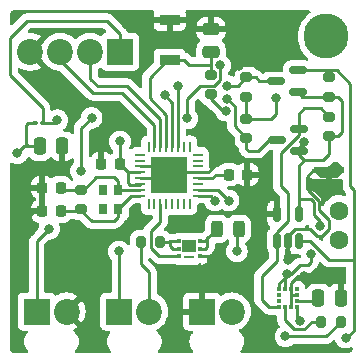
<source format=gbr>
%TF.GenerationSoftware,KiCad,Pcbnew,6.0.2+dfsg-1*%
%TF.CreationDate,2023-10-20T16:05:58+09:00*%
%TF.ProjectId,Hibot_agostiniLuca,4869626f-745f-4616-976f-7374696e694c,rev?*%
%TF.SameCoordinates,Original*%
%TF.FileFunction,Copper,L1,Top*%
%TF.FilePolarity,Positive*%
%FSLAX46Y46*%
G04 Gerber Fmt 4.6, Leading zero omitted, Abs format (unit mm)*
G04 Created by KiCad (PCBNEW 6.0.2+dfsg-1) date 2023-10-20 16:05:58*
%MOMM*%
%LPD*%
G01*
G04 APERTURE LIST*
G04 Aperture macros list*
%AMRoundRect*
0 Rectangle with rounded corners*
0 $1 Rounding radius*
0 $2 $3 $4 $5 $6 $7 $8 $9 X,Y pos of 4 corners*
0 Add a 4 corners polygon primitive as box body*
4,1,4,$2,$3,$4,$5,$6,$7,$8,$9,$2,$3,0*
0 Add four circle primitives for the rounded corners*
1,1,$1+$1,$2,$3*
1,1,$1+$1,$4,$5*
1,1,$1+$1,$6,$7*
1,1,$1+$1,$8,$9*
0 Add four rect primitives between the rounded corners*
20,1,$1+$1,$2,$3,$4,$5,0*
20,1,$1+$1,$4,$5,$6,$7,0*
20,1,$1+$1,$6,$7,$8,$9,0*
20,1,$1+$1,$8,$9,$2,$3,0*%
G04 Aperture macros list end*
%TA.AperFunction,SMDPad,CuDef*%
%ADD10R,0.300000X0.350000*%
%TD*%
%TA.AperFunction,SMDPad,CuDef*%
%ADD11R,1.250000X1.050000*%
%TD*%
%TA.AperFunction,SMDPad,CuDef*%
%ADD12R,0.830000X0.280000*%
%TD*%
%TA.AperFunction,SMDPad,CuDef*%
%ADD13RoundRect,0.200000X0.275000X-0.200000X0.275000X0.200000X-0.275000X0.200000X-0.275000X-0.200000X0*%
%TD*%
%TA.AperFunction,SMDPad,CuDef*%
%ADD14RoundRect,0.200000X-0.275000X0.200000X-0.275000X-0.200000X0.275000X-0.200000X0.275000X0.200000X0*%
%TD*%
%TA.AperFunction,ComponentPad*%
%ADD15C,1.600000*%
%TD*%
%TA.AperFunction,SMDPad,CuDef*%
%ADD16R,0.350000X0.375000*%
%TD*%
%TA.AperFunction,SMDPad,CuDef*%
%ADD17R,0.375000X0.350000*%
%TD*%
%TA.AperFunction,SMDPad,CuDef*%
%ADD18RoundRect,0.200000X-0.200000X-0.275000X0.200000X-0.275000X0.200000X0.275000X-0.200000X0.275000X0*%
%TD*%
%TA.AperFunction,SMDPad,CuDef*%
%ADD19RoundRect,0.250000X0.475000X-0.250000X0.475000X0.250000X-0.475000X0.250000X-0.475000X-0.250000X0*%
%TD*%
%TA.AperFunction,SMDPad,CuDef*%
%ADD20RoundRect,0.100000X0.130000X0.100000X-0.130000X0.100000X-0.130000X-0.100000X0.130000X-0.100000X0*%
%TD*%
%TA.AperFunction,SMDPad,CuDef*%
%ADD21R,0.800000X0.900000*%
%TD*%
%TA.AperFunction,SMDPad,CuDef*%
%ADD22RoundRect,0.225000X0.225000X0.250000X-0.225000X0.250000X-0.225000X-0.250000X0.225000X-0.250000X0*%
%TD*%
%TA.AperFunction,SMDPad,CuDef*%
%ADD23RoundRect,0.250000X-0.250000X-0.475000X0.250000X-0.475000X0.250000X0.475000X-0.250000X0.475000X0*%
%TD*%
%TA.AperFunction,ComponentPad*%
%ADD24R,2.200000X2.200000*%
%TD*%
%TA.AperFunction,ComponentPad*%
%ADD25C,2.200000*%
%TD*%
%TA.AperFunction,SMDPad,CuDef*%
%ADD26RoundRect,0.243750X0.243750X0.456250X-0.243750X0.456250X-0.243750X-0.456250X0.243750X-0.456250X0*%
%TD*%
%TA.AperFunction,SMDPad,CuDef*%
%ADD27RoundRect,0.200000X0.200000X0.275000X-0.200000X0.275000X-0.200000X-0.275000X0.200000X-0.275000X0*%
%TD*%
%TA.AperFunction,SMDPad,CuDef*%
%ADD28RoundRect,0.062500X-0.375000X-0.062500X0.375000X-0.062500X0.375000X0.062500X-0.375000X0.062500X0*%
%TD*%
%TA.AperFunction,SMDPad,CuDef*%
%ADD29RoundRect,0.062500X-0.062500X-0.375000X0.062500X-0.375000X0.062500X0.375000X-0.062500X0.375000X0*%
%TD*%
%TA.AperFunction,SMDPad,CuDef*%
%ADD30R,3.100000X3.100000*%
%TD*%
%TA.AperFunction,SMDPad,CuDef*%
%ADD31RoundRect,0.150000X0.150000X-0.512500X0.150000X0.512500X-0.150000X0.512500X-0.150000X-0.512500X0*%
%TD*%
%TA.AperFunction,SMDPad,CuDef*%
%ADD32RoundRect,0.225000X-0.225000X-0.250000X0.225000X-0.250000X0.225000X0.250000X-0.225000X0.250000X0*%
%TD*%
%TA.AperFunction,SMDPad,CuDef*%
%ADD33R,1.700000X0.900000*%
%TD*%
%TA.AperFunction,SMDPad,CuDef*%
%ADD34RoundRect,0.150000X0.587500X0.150000X-0.587500X0.150000X-0.587500X-0.150000X0.587500X-0.150000X0*%
%TD*%
%TA.AperFunction,ComponentPad*%
%ADD35C,3.800000*%
%TD*%
%TA.AperFunction,ComponentPad*%
%ADD36C,0.500000*%
%TD*%
%TA.AperFunction,SMDPad,CuDef*%
%ADD37R,2.560000X0.500000*%
%TD*%
%TA.AperFunction,ViaPad*%
%ADD38C,0.800000*%
%TD*%
%TA.AperFunction,Conductor*%
%ADD39C,0.250000*%
%TD*%
G04 APERTURE END LIST*
D10*
%TO.P,U6,1,D*%
%TO.N,Net-(D3-Pad2)*%
X139790000Y-105040000D03*
%TO.P,U6,2,D*%
X139790000Y-105690000D03*
%TO.P,U6,3,G*%
%TO.N,Net-(U4-Pad11)*%
X139790000Y-106340000D03*
%TO.P,U6,4,S*%
%TO.N,GND*%
X141540000Y-106340000D03*
%TO.P,U6,5,D*%
%TO.N,Net-(D3-Pad2)*%
X141540000Y-105690000D03*
%TO.P,U6,6,D*%
X141540000Y-105040000D03*
D11*
%TO.P,U6,7*%
%TO.N,N/C*%
X140670000Y-105410000D03*
D12*
%TO.P,U6,8*%
X140670000Y-106425000D03*
%TD*%
D13*
%TO.P,R7,1*%
%TO.N,+1V8*%
X152500000Y-96150000D03*
%TO.P,R7,2*%
%TO.N,SCL_1.8v*%
X152500000Y-94500000D03*
%TD*%
D14*
%TO.P,R2,1*%
%TO.N,Net-(C13-Pad1)*%
X131500000Y-100675000D03*
%TO.P,R2,2*%
%TO.N,Net-(C14-Pad1)*%
X131500000Y-102325000D03*
%TD*%
D15*
%TO.P,F1,1*%
%TO.N,Net-(D1-Pad1)*%
X153300000Y-104950000D03*
%TO.P,F1,2*%
%TO.N,VCC*%
X153300000Y-102450000D03*
%TD*%
D13*
%TO.P,R3,1*%
%TO.N,+5V*%
X142500000Y-92625000D03*
%TO.P,R3,2*%
%TO.N,Net-(C10-Pad1)*%
X142500000Y-90975000D03*
%TD*%
D16*
%TO.P,U2,1,SCL/SPC*%
%TO.N,SCL_1.8v*%
X148250000Y-110625000D03*
%TO.P,U2,2,CS_XL*%
%TO.N,Net-(R1-Pad2)*%
X148750000Y-110625000D03*
%TO.P,U2,3,CS_MAG*%
%TO.N,GND*%
X149250000Y-110625000D03*
%TO.P,U2,4,SDA/SDI/SDO*%
%TO.N,SDA_1.8V*%
X149750000Y-110625000D03*
D17*
%TO.P,U2,5,C1*%
%TO.N,Net-(C3-Pad1)*%
X149762500Y-110112500D03*
%TO.P,U2,6,GND*%
%TO.N,GND*%
X149762500Y-109612500D03*
D16*
%TO.P,U2,7,INT_MAG*%
%TO.N,unconnected-(U2-Pad7)*%
X149750000Y-109100000D03*
%TO.P,U2,8,GND*%
%TO.N,GND*%
X149250000Y-109100000D03*
%TO.P,U2,9,VDD*%
%TO.N,+1V8*%
X148750000Y-109100000D03*
%TO.P,U2,10,VDDIO*%
X148250000Y-109100000D03*
D17*
%TO.P,U2,11,DRDY_MAG*%
%TO.N,unconnected-(U2-Pad11)*%
X148237500Y-109612500D03*
%TO.P,U2,12,INT_XL*%
%TO.N,unconnected-(U2-Pad12)*%
X148237500Y-110112500D03*
%TD*%
D18*
%TO.P,R6,1*%
%TO.N,Net-(J3-Pad2)*%
X136550000Y-105100000D03*
%TO.P,R6,2*%
%TO.N,Net-(D3-Pad2)*%
X138200000Y-105100000D03*
%TD*%
D19*
%TO.P,C10,1*%
%TO.N,Net-(C10-Pad1)*%
X142500000Y-89000000D03*
%TO.P,C10,2*%
%TO.N,GND*%
X142500000Y-87100000D03*
%TD*%
D20*
%TO.P,L1,1*%
%TO.N,+5V*%
X128270000Y-95000000D03*
%TO.P,L1,2*%
%TO.N,+5VA*%
X127630000Y-95000000D03*
%TD*%
D21*
%TO.P,Y1,1,1*%
%TO.N,Net-(C14-Pad1)*%
X134625000Y-102325000D03*
%TO.P,Y1,2,2*%
%TO.N,Net-(C13-Pad1)*%
X134625000Y-100675000D03*
%TO.P,Y1,3*%
%TO.N,N/C*%
X133375000Y-100675000D03*
%TO.P,Y1,4*%
X133375000Y-102325000D03*
%TD*%
D22*
%TO.P,C14,1*%
%TO.N,Net-(C14-Pad1)*%
X129775000Y-102500000D03*
%TO.P,C14,2*%
%TO.N,GND*%
X128225000Y-102500000D03*
%TD*%
D23*
%TO.P,C3,1*%
%TO.N,Net-(C3-Pad1)*%
X151600000Y-109862500D03*
%TO.P,C3,2*%
%TO.N,GND*%
X153500000Y-109862500D03*
%TD*%
D24*
%TO.P,J3,1,Pin_1*%
%TO.N,VCC*%
X134730000Y-111000000D03*
D25*
%TO.P,J3,2,Pin_2*%
%TO.N,Net-(J3-Pad2)*%
X137270000Y-111000000D03*
%TD*%
D24*
%TO.P,J2,1,Pin_1*%
%TO.N,+5V*%
X134815000Y-89000000D03*
D25*
%TO.P,J2,2,Pin_2*%
%TO.N,MC_RX*%
X132275000Y-89000000D03*
%TO.P,J2,3,Pin_3*%
%TO.N,MC_TX*%
X129735000Y-89000000D03*
%TO.P,J2,4,Pin_4*%
%TO.N,GND*%
X127195000Y-89000000D03*
%TD*%
D26*
%TO.P,D3,1,K*%
%TO.N,VCC*%
X144875000Y-104000000D03*
%TO.P,D3,2,A*%
%TO.N,Net-(D3-Pad2)*%
X143000000Y-104000000D03*
%TD*%
D27*
%TO.P,R1,1*%
%TO.N,+1V8*%
X153500000Y-111862500D03*
%TO.P,R1,2*%
%TO.N,Net-(R1-Pad2)*%
X151850000Y-111862500D03*
%TD*%
D24*
%TO.P,J4,1,Pin_1*%
%TO.N,Net-(J4-Pad1)*%
X127730000Y-111000000D03*
D25*
%TO.P,J4,2,Pin_2*%
%TO.N,GND*%
X130270000Y-111000000D03*
%TD*%
D28*
%TO.P,U4,1,PD3*%
%TO.N,unconnected-(U4-Pad1)*%
X136532500Y-97720000D03*
%TO.P,U4,2,PD4*%
%TO.N,unconnected-(U4-Pad2)*%
X136532500Y-98220000D03*
%TO.P,U4,3,GND*%
%TO.N,GND*%
X136532500Y-98720000D03*
%TO.P,U4,4,VCC*%
%TO.N,+5V*%
X136532500Y-99220000D03*
%TO.P,U4,5,GND*%
%TO.N,GND*%
X136532500Y-99720000D03*
%TO.P,U4,6,VCC*%
%TO.N,+5V*%
X136532500Y-100220000D03*
%TO.P,U4,7,XTAL1/PB6*%
%TO.N,Net-(C13-Pad1)*%
X136532500Y-100720000D03*
%TO.P,U4,8,XTAL2/PB7*%
%TO.N,Net-(C14-Pad1)*%
X136532500Y-101220000D03*
D29*
%TO.P,U4,9,PD5*%
%TO.N,unconnected-(U4-Pad9)*%
X137220000Y-101907500D03*
%TO.P,U4,10,PD6*%
%TO.N,unconnected-(U4-Pad10)*%
X137720000Y-101907500D03*
%TO.P,U4,11,PD7*%
%TO.N,Net-(U4-Pad11)*%
X138220000Y-101907500D03*
%TO.P,U4,12,PB0*%
%TO.N,unconnected-(U4-Pad12)*%
X138720000Y-101907500D03*
%TO.P,U4,13,PB1*%
%TO.N,unconnected-(U4-Pad13)*%
X139220000Y-101907500D03*
%TO.P,U4,14,PB2*%
%TO.N,unconnected-(U4-Pad14)*%
X139720000Y-101907500D03*
%TO.P,U4,15,PB3*%
%TO.N,unconnected-(U4-Pad15)*%
X140220000Y-101907500D03*
%TO.P,U4,16,PB4*%
%TO.N,unconnected-(U4-Pad16)*%
X140720000Y-101907500D03*
D28*
%TO.P,U4,17,PB5*%
%TO.N,Net-(J4-Pad1)*%
X141407500Y-101220000D03*
%TO.P,U4,18,AVCC*%
%TO.N,+5VA*%
X141407500Y-100720000D03*
%TO.P,U4,19,ADC6*%
%TO.N,unconnected-(U4-Pad19)*%
X141407500Y-100220000D03*
%TO.P,U4,20,AREF*%
%TO.N,Net-(C6-Pad1)*%
X141407500Y-99720000D03*
%TO.P,U4,21,GND*%
%TO.N,GND*%
X141407500Y-99220000D03*
%TO.P,U4,22,ADC7*%
%TO.N,unconnected-(U4-Pad22)*%
X141407500Y-98720000D03*
%TO.P,U4,23,PC0*%
%TO.N,unconnected-(U4-Pad23)*%
X141407500Y-98220000D03*
%TO.P,U4,24,PC1*%
%TO.N,unconnected-(U4-Pad24)*%
X141407500Y-97720000D03*
D29*
%TO.P,U4,25,PC2*%
%TO.N,unconnected-(U4-Pad25)*%
X140720000Y-97032500D03*
%TO.P,U4,26,PC3*%
%TO.N,unconnected-(U4-Pad26)*%
X140220000Y-97032500D03*
%TO.P,U4,27,PC4*%
%TO.N,SDA_5v*%
X139720000Y-97032500D03*
%TO.P,U4,28,PC5*%
%TO.N,SCL_5v*%
X139220000Y-97032500D03*
%TO.P,U4,29,~{RESET}/PC6*%
%TO.N,Net-(C10-Pad1)*%
X138720000Y-97032500D03*
%TO.P,U4,30,PD0*%
%TO.N,MC_RX*%
X138220000Y-97032500D03*
%TO.P,U4,31,PD1*%
%TO.N,MC_TX*%
X137720000Y-97032500D03*
%TO.P,U4,32,PD2*%
%TO.N,unconnected-(U4-Pad32)*%
X137220000Y-97032500D03*
D30*
%TO.P,U4,33,GND*%
%TO.N,GND*%
X138970000Y-99470000D03*
%TD*%
D24*
%TO.P,J1,1,Pin_1*%
%TO.N,GND*%
X141730000Y-111000000D03*
D25*
%TO.P,J1,2,Pin_2*%
%TO.N,Net-(D1-Pad2)*%
X144270000Y-111000000D03*
%TD*%
D31*
%TO.P,U1,1,SCL*%
%TO.N,SCL_1.8v*%
X148050000Y-105000000D03*
%TO.P,U1,2,VSS*%
%TO.N,GND*%
X149000000Y-105000000D03*
%TO.P,U1,3,SDA*%
%TO.N,SDA_1.8V*%
X149950000Y-105000000D03*
%TO.P,U1,4,VCC*%
%TO.N,+1V8*%
X149950000Y-102725000D03*
%TO.P,U1,5,WP*%
%TO.N,GND*%
X148050000Y-102725000D03*
%TD*%
D22*
%TO.P,C13,1*%
%TO.N,Net-(C13-Pad1)*%
X129775000Y-100500000D03*
%TO.P,C13,2*%
%TO.N,GND*%
X128225000Y-100500000D03*
%TD*%
D32*
%TO.P,C6,1*%
%TO.N,Net-(C6-Pad1)*%
X144025000Y-99400000D03*
%TO.P,C6,2*%
%TO.N,GND*%
X145575000Y-99400000D03*
%TD*%
D33*
%TO.P,SW1,1,1*%
%TO.N,Net-(C10-Pad1)*%
X139000000Y-89700000D03*
%TO.P,SW1,2,2*%
%TO.N,GND*%
X139000000Y-86300000D03*
%TD*%
D13*
%TO.P,R4,1*%
%TO.N,+5V*%
X145500000Y-92825000D03*
%TO.P,R4,2*%
%TO.N,SDA_5v*%
X145500000Y-91175000D03*
%TD*%
D34*
%TO.P,Q2,1,G*%
%TO.N,+1V8*%
X149875000Y-92450000D03*
%TO.P,Q2,2,S*%
%TO.N,SDA_1.8V*%
X149875000Y-90550000D03*
%TO.P,Q2,3,D*%
%TO.N,SDA_5v*%
X148000000Y-91500000D03*
%TD*%
%TO.P,Q1,1,G*%
%TO.N,+1V8*%
X149937500Y-97450000D03*
%TO.P,Q1,2,S*%
%TO.N,SCL_1.8v*%
X149937500Y-95550000D03*
%TO.P,Q1,3,D*%
%TO.N,SCL_5v*%
X148062500Y-96500000D03*
%TD*%
D22*
%TO.P,C5,1*%
%TO.N,+5V*%
X134775000Y-98500000D03*
%TO.P,C5,2*%
%TO.N,GND*%
X133225000Y-98500000D03*
%TD*%
D35*
%TO.P,H1,1*%
%TO.N,N/C*%
X152275000Y-87700000D03*
%TD*%
D13*
%TO.P,R8,1*%
%TO.N,+1V8*%
X152500000Y-92825000D03*
%TO.P,R8,2*%
%TO.N,SDA_1.8V*%
X152500000Y-91175000D03*
%TD*%
D23*
%TO.P,C12,1*%
%TO.N,+5VA*%
X128000000Y-97000000D03*
%TO.P,C12,2*%
%TO.N,GND*%
X129900000Y-97000000D03*
%TD*%
D14*
%TO.P,R5,1*%
%TO.N,+5V*%
X145500000Y-94675000D03*
%TO.P,R5,2*%
%TO.N,SCL_5v*%
X145500000Y-96325000D03*
%TD*%
D36*
%TO.P,U3,11,GND*%
%TO.N,GND*%
X153530000Y-99025000D03*
X151470000Y-99025000D03*
X152500000Y-99025000D03*
D37*
X152500000Y-99025000D03*
%TD*%
D38*
%TO.N,VCC*%
X134700000Y-105900000D03*
X144700000Y-105900000D03*
%TO.N,GND*%
X136300000Y-86900000D03*
X130400000Y-104500000D03*
X130300000Y-93200000D03*
X150400000Y-108000000D03*
X130300000Y-93200000D03*
X149000000Y-106624500D03*
X143100000Y-107200000D03*
X142900000Y-96400000D03*
X126900000Y-104500000D03*
X144882745Y-90252461D03*
X131500000Y-104500000D03*
X130300000Y-93200000D03*
%TO.N,+5V*%
X129500000Y-94800000D03*
X143775500Y-94002736D03*
X134800000Y-96600000D03*
X148000000Y-92900000D03*
%TO.N,+1V8*%
X150417581Y-96642180D03*
X131500000Y-99100000D03*
X132400000Y-94600000D03*
X148800000Y-113100000D03*
X151700000Y-103800000D03*
X151000000Y-106124598D03*
X143281274Y-90156221D03*
X140500000Y-94650000D03*
X148900000Y-107800000D03*
%TO.N,+5VA*%
X144000000Y-101600000D03*
X126100000Y-97600000D03*
%TO.N,SCL_5v*%
X143900000Y-93000000D03*
X138600000Y-92700000D03*
%TO.N,SDA_1.8V*%
X153900000Y-113200000D03*
X150000000Y-111775500D03*
%TO.N,SDA_5v*%
X139700000Y-91900000D03*
X143900000Y-91900000D03*
%TO.N,Net-(J4-Pad1)*%
X128800000Y-104000000D03*
X142850000Y-101600000D03*
%TD*%
D39*
%TO.N,VCC*%
X144700000Y-104175000D02*
X144875000Y-104000000D01*
X134730000Y-105930000D02*
X134700000Y-105900000D01*
X144700000Y-105900000D02*
X144700000Y-104175000D01*
X134730000Y-111000000D02*
X134730000Y-105930000D01*
%TO.N,GND*%
X150700000Y-100725240D02*
X150700000Y-99500000D01*
X149762500Y-109612500D02*
X149312500Y-109612500D01*
X136532500Y-98720000D02*
X138220000Y-98720000D01*
X138220000Y-98720000D02*
X138970000Y-99470000D01*
X151924614Y-104600000D02*
X152479850Y-104044764D01*
X149838478Y-108000000D02*
X150400000Y-108000000D01*
X149250000Y-108588478D02*
X149838478Y-108000000D01*
X149250000Y-109100000D02*
X149250000Y-108588478D01*
X149000000Y-105000000D02*
X149000000Y-104616428D01*
X142900000Y-98600000D02*
X142900000Y-96400000D01*
X142340000Y-106340000D02*
X143100000Y-107100000D01*
X152479850Y-103220150D02*
X151649520Y-102389820D01*
X138720000Y-99720000D02*
X138970000Y-99470000D01*
X141407500Y-99220000D02*
X142280000Y-99220000D01*
X149000000Y-104616428D02*
X149603448Y-104012980D01*
X149603448Y-104012980D02*
X150888366Y-104012980D01*
X151649520Y-101674760D02*
X151649520Y-102389820D01*
X128225000Y-102500000D02*
X127500000Y-102500000D01*
X150888366Y-104012980D02*
X151475386Y-104600000D01*
X141407500Y-99220000D02*
X139220000Y-99220000D01*
X143100000Y-107100000D02*
X143100000Y-107200000D01*
X127500000Y-102500000D02*
X126900000Y-103100000D01*
X151649520Y-101674760D02*
X150700000Y-100725240D01*
X141540000Y-106340000D02*
X142340000Y-106340000D01*
X149250000Y-110625000D02*
X149250000Y-109550000D01*
X142280000Y-99220000D02*
X142900000Y-98600000D01*
X152479850Y-104044764D02*
X152479850Y-103220150D01*
X149000000Y-105000000D02*
X149000000Y-106624500D01*
X126900000Y-103100000D02*
X126900000Y-104500000D01*
X150700000Y-99500000D02*
X151175000Y-99025000D01*
X136532500Y-99720000D02*
X138720000Y-99720000D01*
X151475386Y-104600000D02*
X151924614Y-104600000D01*
X139220000Y-99220000D02*
X138970000Y-99470000D01*
X149250000Y-109550000D02*
X149250000Y-109100000D01*
X149312500Y-109612500D02*
X149250000Y-109550000D01*
X151175000Y-99025000D02*
X151470000Y-99025000D01*
%TO.N,Net-(C3-Pad1)*%
X151600000Y-109862500D02*
X151350000Y-110112500D01*
X151350000Y-110112500D02*
X149762500Y-110112500D01*
%TO.N,+5V*%
X133700000Y-86400000D02*
X134815000Y-87515000D01*
X136532500Y-99220000D02*
X135495000Y-99220000D01*
X148000000Y-94300000D02*
X147625000Y-94675000D01*
X128270000Y-95000000D02*
X128270000Y-93770000D01*
X145500000Y-92825000D02*
X145500000Y-94675000D01*
X135495000Y-99220000D02*
X134775000Y-98500000D01*
X129300000Y-95000000D02*
X129500000Y-94800000D01*
X143502736Y-94002736D02*
X143775500Y-94002736D01*
X134800000Y-98475000D02*
X134775000Y-98500000D01*
X136532500Y-100267500D02*
X136529520Y-100270480D01*
X134815000Y-87515000D02*
X134815000Y-89000000D01*
X125500000Y-91000000D02*
X125500000Y-87800000D01*
X135670480Y-100270480D02*
X135495000Y-100095000D01*
X135495000Y-100095000D02*
X135495000Y-99220000D01*
X126900000Y-86400000D02*
X133700000Y-86400000D01*
X136529520Y-100270480D02*
X135670480Y-100270480D01*
X142500000Y-92625000D02*
X142500000Y-93000000D01*
X128270000Y-93770000D02*
X125500000Y-91000000D01*
X147625000Y-94675000D02*
X145500000Y-94675000D01*
X134800000Y-96600000D02*
X134800000Y-98475000D01*
X136532500Y-100220000D02*
X136532500Y-100267500D01*
X125500000Y-87800000D02*
X126900000Y-86400000D01*
X142500000Y-93000000D02*
X143502736Y-94002736D01*
X128270000Y-95000000D02*
X129300000Y-95000000D01*
X148000000Y-92900000D02*
X148000000Y-94300000D01*
%TO.N,Net-(C6-Pad1)*%
X141407500Y-99720000D02*
X142580000Y-99720000D01*
X142580000Y-99720000D02*
X142900000Y-99400000D01*
X142900000Y-99400000D02*
X144025000Y-99400000D01*
%TO.N,Net-(C10-Pad1)*%
X137300000Y-92900000D02*
X137300000Y-91200000D01*
X140600000Y-90100000D02*
X140200000Y-89700000D01*
X140200000Y-89700000D02*
X139000000Y-89700000D01*
X138720000Y-97032500D02*
X138720000Y-94320000D01*
X137300000Y-91200000D02*
X138800000Y-89700000D01*
X142500000Y-90100000D02*
X142500000Y-89000000D01*
X142500000Y-90100000D02*
X140600000Y-90100000D01*
X142500000Y-90975000D02*
X142500000Y-90100000D01*
X138720000Y-94320000D02*
X137300000Y-92900000D01*
X138800000Y-89700000D02*
X139000000Y-89700000D01*
%TO.N,+1V8*%
X148250000Y-108650000D02*
X148250000Y-109100000D01*
X152500000Y-92825000D02*
X150250000Y-92825000D01*
X150950000Y-101450000D02*
X149950000Y-101450000D01*
X151200000Y-102800000D02*
X151700000Y-103300000D01*
X152500000Y-92825000D02*
X153225000Y-92825000D01*
X151700000Y-103300000D02*
X151700000Y-103800000D01*
X142791303Y-91900480D02*
X141599520Y-91900480D01*
X151200000Y-102800000D02*
X151200000Y-101700000D01*
X152262500Y-113100000D02*
X148800000Y-113100000D01*
X149937500Y-97737500D02*
X150400000Y-98200000D01*
X143299520Y-91392263D02*
X142791303Y-91900480D01*
X131500000Y-95500000D02*
X132400000Y-94600000D01*
X149950000Y-98650000D02*
X150400000Y-98200000D01*
X143281274Y-90156221D02*
X143299520Y-90174467D01*
X131500000Y-95700000D02*
X131500000Y-95500000D01*
X149937500Y-97450000D02*
X149937500Y-97122261D01*
X152000000Y-98200000D02*
X152500000Y-97700000D01*
X151000000Y-106800000D02*
X151000000Y-106124598D01*
X153600000Y-93200000D02*
X153600000Y-95800000D01*
X152500000Y-97700000D02*
X152500000Y-96150000D01*
X140500000Y-93000000D02*
X140500000Y-94650000D01*
X148750000Y-109100000D02*
X148750000Y-108124500D01*
X151200000Y-101700000D02*
X150950000Y-101450000D01*
X150250000Y-92825000D02*
X149875000Y-92450000D01*
X150000000Y-107100000D02*
X150700000Y-107100000D01*
X150700000Y-107100000D02*
X151000000Y-106800000D01*
X148874500Y-108000000D02*
X148874500Y-108025500D01*
X153500000Y-111862500D02*
X152262500Y-113100000D01*
X149950000Y-102725000D02*
X149950000Y-101450000D01*
X153250000Y-96150000D02*
X152500000Y-96150000D01*
X149937500Y-97122261D02*
X150417581Y-96642180D01*
X153225000Y-92825000D02*
X153600000Y-93200000D01*
X150975402Y-106124598D02*
X151000000Y-106124598D01*
X149300000Y-107800000D02*
X150000000Y-107100000D01*
X148900000Y-107800000D02*
X149300000Y-107800000D01*
X148874500Y-108025500D02*
X148250000Y-108650000D01*
X141599520Y-91900480D02*
X140500000Y-93000000D01*
X143299520Y-90174467D02*
X143299520Y-91392263D01*
X153600000Y-95800000D02*
X153250000Y-96150000D01*
X149950000Y-101450000D02*
X149950000Y-98650000D01*
X148750000Y-108124500D02*
X148874500Y-108000000D01*
X150400000Y-98200000D02*
X152000000Y-98200000D01*
X131500000Y-99100000D02*
X131500000Y-95700000D01*
X149937500Y-97450000D02*
X149937500Y-97737500D01*
%TO.N,+5VA*%
X141407500Y-100720000D02*
X143120000Y-100720000D01*
X128000000Y-97000000D02*
X127000000Y-97000000D01*
X143120000Y-100720000D02*
X144000000Y-101600000D01*
X127000000Y-97000000D02*
X126800000Y-96800000D01*
X127000000Y-95000000D02*
X127630000Y-95000000D01*
X126800000Y-96800000D02*
X126800000Y-95200000D01*
X126100000Y-97600000D02*
X126700000Y-97000000D01*
X126700000Y-97000000D02*
X127000000Y-97000000D01*
X126800000Y-95200000D02*
X127000000Y-95000000D01*
%TO.N,Net-(D3-Pad2)*%
X138200000Y-105100000D02*
X138980000Y-105100000D01*
X142010000Y-105690000D02*
X141619511Y-105690000D01*
X138980000Y-105100000D02*
X139040000Y-105040000D01*
X139040000Y-105040000D02*
X139720489Y-105040000D01*
X142200000Y-104800000D02*
X142200000Y-105500000D01*
X141960000Y-105040000D02*
X141619511Y-105040000D01*
X139040000Y-105440000D02*
X139290000Y-105690000D01*
X139040000Y-105040000D02*
X139040000Y-105440000D01*
X143000000Y-104000000D02*
X142200000Y-104800000D01*
X139290000Y-105690000D02*
X139720489Y-105690000D01*
X142200000Y-105500000D02*
X142010000Y-105690000D01*
X142200000Y-104800000D02*
X141960000Y-105040000D01*
%TO.N,MC_RX*%
X138220000Y-97032500D02*
X138220000Y-94720000D01*
X135400000Y-91900000D02*
X132900000Y-91900000D01*
X132275000Y-91275000D02*
X132275000Y-89000000D01*
X138220000Y-94720000D02*
X135400000Y-91900000D01*
X132900000Y-91900000D02*
X132275000Y-91275000D01*
%TO.N,MC_TX*%
X137720000Y-95220000D02*
X135000000Y-92500000D01*
X132500000Y-92500000D02*
X129735000Y-89735000D01*
X129735000Y-89735000D02*
X129735000Y-89000000D01*
X137720000Y-97032500D02*
X137720000Y-95220000D01*
X135000000Y-92500000D02*
X132500000Y-92500000D01*
%TO.N,Net-(J3-Pad2)*%
X136550000Y-106950000D02*
X136550000Y-105100000D01*
X137270000Y-111000000D02*
X137270000Y-107670000D01*
X137270000Y-107670000D02*
X136550000Y-106950000D01*
%TO.N,Net-(C13-Pad1)*%
X132800000Y-99600000D02*
X134250000Y-99600000D01*
X134250000Y-99600000D02*
X134625000Y-99975000D01*
X134670000Y-100720000D02*
X134625000Y-100675000D01*
X131725000Y-100675000D02*
X132800000Y-99600000D01*
X134625000Y-99975000D02*
X134625000Y-100675000D01*
X136532500Y-100720000D02*
X134670000Y-100720000D01*
X129950000Y-100675000D02*
X129775000Y-100500000D01*
X131500000Y-100675000D02*
X129950000Y-100675000D01*
X131500000Y-100675000D02*
X131725000Y-100675000D01*
%TO.N,SCL_1.8v*%
X150400000Y-93800000D02*
X151800000Y-93800000D01*
X146800000Y-110000000D02*
X147425000Y-110625000D01*
X149937500Y-96041428D02*
X148400000Y-97578928D01*
X148050000Y-105000000D02*
X148050000Y-106750000D01*
X149937500Y-95550000D02*
X149937500Y-96041428D01*
X147425000Y-110625000D02*
X148250000Y-110625000D01*
X149937500Y-94262500D02*
X150400000Y-93800000D01*
X149000000Y-103300000D02*
X148050000Y-104250000D01*
X149000000Y-101000000D02*
X149000000Y-103300000D01*
X148400000Y-97578928D02*
X148400000Y-100400000D01*
X148050000Y-104250000D02*
X148050000Y-105000000D01*
X148400000Y-100400000D02*
X149000000Y-101000000D01*
X151800000Y-93800000D02*
X152500000Y-94500000D01*
X148050000Y-106750000D02*
X146800000Y-108000000D01*
X149937500Y-95550000D02*
X149937500Y-94262500D01*
X146800000Y-108000000D02*
X146800000Y-110000000D01*
%TO.N,SCL_5v*%
X139220000Y-97032500D02*
X139220000Y-93320000D01*
X147400000Y-96500000D02*
X146500000Y-97400000D01*
X144500000Y-93600000D02*
X144500000Y-95325000D01*
X148062500Y-96500000D02*
X147400000Y-96500000D01*
X139220000Y-93320000D02*
X138600000Y-92700000D01*
X145500000Y-97200000D02*
X145500000Y-96325000D01*
X146500000Y-97400000D02*
X145700000Y-97400000D01*
X145700000Y-97400000D02*
X145500000Y-97200000D01*
X144500000Y-95325000D02*
X145500000Y-96325000D01*
X143900000Y-93000000D02*
X144500000Y-93600000D01*
%TO.N,SDA_1.8V*%
X150900000Y-105000000D02*
X152500000Y-106600000D01*
X149875000Y-90550000D02*
X152350000Y-90550000D01*
X149750000Y-111450000D02*
X149750000Y-111525500D01*
X154600000Y-100700000D02*
X154300000Y-100400000D01*
X154600000Y-112600000D02*
X154600000Y-106600000D01*
X152500000Y-106600000D02*
X154600000Y-106600000D01*
X150900000Y-105000000D02*
X149950000Y-105000000D01*
X149750000Y-110625000D02*
X149750000Y-111450000D01*
X154300000Y-91700000D02*
X153150000Y-90550000D01*
X153150000Y-90550000D02*
X152350000Y-90550000D01*
X154300000Y-100400000D02*
X154300000Y-91700000D01*
X149750000Y-111525500D02*
X150000000Y-111775500D01*
X153900000Y-113200000D02*
X154000000Y-113200000D01*
X152350000Y-90550000D02*
X152500000Y-90700000D01*
X152500000Y-90700000D02*
X152500000Y-91175000D01*
X154000000Y-113200000D02*
X154600000Y-112600000D01*
X154600000Y-106600000D02*
X154600000Y-100700000D01*
%TO.N,SDA_5v*%
X146600000Y-91500000D02*
X148000000Y-91500000D01*
X139720000Y-91920000D02*
X139700000Y-91900000D01*
X146275000Y-91175000D02*
X146600000Y-91500000D01*
X139720000Y-97032500D02*
X139720000Y-91920000D01*
X145500000Y-91175000D02*
X146275000Y-91175000D01*
X143900000Y-91900000D02*
X144775000Y-91900000D01*
X144775000Y-91900000D02*
X145500000Y-91175000D01*
%TO.N,Net-(R1-Pad2)*%
X150400000Y-112500000D02*
X149500000Y-112500000D01*
X148750000Y-111750000D02*
X148750000Y-111450000D01*
X148750000Y-111450000D02*
X148750000Y-110625000D01*
X151850000Y-111862500D02*
X151037500Y-111862500D01*
X149500000Y-112500000D02*
X148750000Y-111750000D01*
X151037500Y-111862500D02*
X150400000Y-112500000D01*
%TO.N,Net-(U4-Pad11)*%
X137400480Y-104199520D02*
X137400480Y-105600480D01*
X138220000Y-103380000D02*
X137400480Y-104199520D01*
X138220000Y-101907500D02*
X138220000Y-103380000D01*
X137400480Y-105600480D02*
X138140000Y-106340000D01*
X138140000Y-106340000D02*
X139790000Y-106340000D01*
%TO.N,Net-(C14-Pad1)*%
X132400000Y-103350000D02*
X134300000Y-103350000D01*
X136532500Y-101220000D02*
X135730000Y-101220000D01*
X131500000Y-102450000D02*
X132400000Y-103350000D01*
X134300000Y-103350000D02*
X134625000Y-103025000D01*
X131500000Y-102325000D02*
X131500000Y-102450000D01*
X129775000Y-102500000D02*
X131325000Y-102500000D01*
X131325000Y-102500000D02*
X131500000Y-102325000D01*
X134625000Y-103025000D02*
X134625000Y-102325000D01*
X135730000Y-101220000D02*
X134625000Y-102325000D01*
%TO.N,Net-(J4-Pad1)*%
X141407500Y-101220000D02*
X142470000Y-101220000D01*
X128800000Y-104000000D02*
X127730000Y-105070000D01*
X127730000Y-105070000D02*
X127730000Y-111000000D01*
X142470000Y-101220000D02*
X142850000Y-101600000D01*
%TD*%
%TA.AperFunction,Conductor*%
%TO.N,GND*%
G36*
X130096121Y-96766002D02*
G01*
X130142614Y-96819658D01*
X130154000Y-96872000D01*
X130154000Y-98214884D01*
X130158475Y-98230123D01*
X130159865Y-98231328D01*
X130167548Y-98232999D01*
X130197095Y-98232999D01*
X130203614Y-98232662D01*
X130299206Y-98222743D01*
X130312600Y-98219851D01*
X130466784Y-98168412D01*
X130479962Y-98162239D01*
X130617807Y-98076937D01*
X130629209Y-98067900D01*
X130651328Y-98045743D01*
X130713611Y-98011665D01*
X130784431Y-98016668D01*
X130841303Y-98059166D01*
X130866171Y-98125665D01*
X130866500Y-98134762D01*
X130866500Y-98397476D01*
X130846498Y-98465597D01*
X130834142Y-98481779D01*
X130760960Y-98563056D01*
X130665473Y-98728444D01*
X130606458Y-98910072D01*
X130605768Y-98916633D01*
X130605768Y-98916635D01*
X130596583Y-99004027D01*
X130586496Y-99100000D01*
X130587186Y-99106565D01*
X130603101Y-99257984D01*
X130606458Y-99289928D01*
X130665473Y-99471556D01*
X130668776Y-99477278D01*
X130668777Y-99477279D01*
X130742247Y-99604533D01*
X130756364Y-99662725D01*
X130803455Y-99685209D01*
X130812952Y-99694687D01*
X130828458Y-99711908D01*
X130859173Y-99775915D01*
X130850407Y-99846368D01*
X130800099Y-99903986D01*
X130796575Y-99906120D01*
X130727948Y-99924305D01*
X130660383Y-99902500D01*
X130624153Y-99864654D01*
X130612185Y-99845314D01*
X130595264Y-99783824D01*
X130544111Y-99756707D01*
X130457702Y-99670448D01*
X130440533Y-99659865D01*
X130318331Y-99584538D01*
X130318329Y-99584537D01*
X130312101Y-99580698D01*
X130149757Y-99526851D01*
X130142920Y-99526151D01*
X130142918Y-99526150D01*
X130101599Y-99521917D01*
X130048732Y-99516500D01*
X129501268Y-99516500D01*
X129498022Y-99516837D01*
X129498018Y-99516837D01*
X129468730Y-99519876D01*
X129398981Y-99527113D01*
X129390963Y-99529788D01*
X129243676Y-99578927D01*
X129243674Y-99578928D01*
X129236732Y-99581244D01*
X129230508Y-99585096D01*
X129230507Y-99585096D01*
X129139577Y-99641365D01*
X129091287Y-99671248D01*
X129086114Y-99676430D01*
X129080377Y-99680977D01*
X129078945Y-99679170D01*
X129026425Y-99707902D01*
X128955605Y-99702892D01*
X128919147Y-99679501D01*
X128918317Y-99680552D01*
X128901160Y-99667002D01*
X128768120Y-99584996D01*
X128754939Y-99578849D01*
X128606186Y-99529509D01*
X128592810Y-99526642D01*
X128501903Y-99517328D01*
X128496874Y-99517071D01*
X128481876Y-99521475D01*
X128480671Y-99522865D01*
X128479000Y-99530548D01*
X128479000Y-101483000D01*
X128478895Y-101483000D01*
X128480369Y-101524254D01*
X128479000Y-101530547D01*
X128479000Y-102628000D01*
X128458998Y-102696121D01*
X128405342Y-102742614D01*
X128353000Y-102754000D01*
X127285115Y-102754000D01*
X127269876Y-102758475D01*
X127268671Y-102759865D01*
X127267000Y-102767548D01*
X127267000Y-102795438D01*
X127267337Y-102801953D01*
X127276894Y-102894057D01*
X127279788Y-102907456D01*
X127329381Y-103056107D01*
X127335555Y-103069286D01*
X127417788Y-103202173D01*
X127426824Y-103213574D01*
X127537429Y-103323986D01*
X127548840Y-103332998D01*
X127681880Y-103415004D01*
X127695061Y-103421151D01*
X127843814Y-103470491D01*
X127863915Y-103474800D01*
X127863559Y-103476462D01*
X127921273Y-103500028D01*
X127962057Y-103558142D01*
X127964948Y-103629080D01*
X127962540Y-103637470D01*
X127953766Y-103664473D01*
X127906458Y-103810072D01*
X127905768Y-103816633D01*
X127905768Y-103816635D01*
X127900117Y-103870406D01*
X127889810Y-103968474D01*
X127889093Y-103975292D01*
X127862080Y-104040949D01*
X127852879Y-104051217D01*
X127590312Y-104313783D01*
X127337742Y-104566353D01*
X127329463Y-104573887D01*
X127322982Y-104578000D01*
X127299515Y-104602990D01*
X127276357Y-104627651D01*
X127273602Y-104630493D01*
X127253865Y-104650230D01*
X127251385Y-104653427D01*
X127243682Y-104662447D01*
X127213414Y-104694679D01*
X127209595Y-104701625D01*
X127209593Y-104701628D01*
X127203652Y-104712434D01*
X127192801Y-104728953D01*
X127180386Y-104744959D01*
X127177241Y-104752228D01*
X127177238Y-104752232D01*
X127162826Y-104785537D01*
X127157609Y-104796187D01*
X127136305Y-104834940D01*
X127134334Y-104842615D01*
X127134334Y-104842616D01*
X127131267Y-104854562D01*
X127124863Y-104873266D01*
X127116819Y-104891855D01*
X127115580Y-104899678D01*
X127115577Y-104899688D01*
X127109901Y-104935524D01*
X127107495Y-104947144D01*
X127096500Y-104989970D01*
X127096500Y-105010224D01*
X127094949Y-105029934D01*
X127091780Y-105049943D01*
X127092526Y-105057835D01*
X127095941Y-105093961D01*
X127096500Y-105105819D01*
X127096500Y-109265500D01*
X127076498Y-109333621D01*
X127022842Y-109380114D01*
X126970500Y-109391500D01*
X126581866Y-109391500D01*
X126519684Y-109398255D01*
X126383295Y-109449385D01*
X126266739Y-109536739D01*
X126179385Y-109653295D01*
X126128255Y-109789684D01*
X126121500Y-109851866D01*
X126121500Y-112148134D01*
X126128255Y-112210316D01*
X126179385Y-112346705D01*
X126266739Y-112463261D01*
X126383295Y-112550615D01*
X126519684Y-112601745D01*
X126581866Y-112608500D01*
X126859022Y-112608500D01*
X126927143Y-112628502D01*
X126973636Y-112682158D01*
X126983740Y-112752432D01*
X126956106Y-112814815D01*
X126848217Y-112945230D01*
X126845288Y-112950647D01*
X126845286Y-112950650D01*
X126752416Y-113122410D01*
X126752414Y-113122415D01*
X126749486Y-113127830D01*
X126688102Y-113326129D01*
X126687458Y-113332254D01*
X126687458Y-113332255D01*
X126671790Y-113481333D01*
X126666404Y-113532575D01*
X126670482Y-113577380D01*
X126684645Y-113733003D01*
X126685218Y-113739303D01*
X126686956Y-113745209D01*
X126686957Y-113745213D01*
X126698005Y-113782749D01*
X126743827Y-113938440D01*
X126839999Y-114122400D01*
X126970071Y-114284177D01*
X126973710Y-114287230D01*
X127006851Y-114349464D01*
X127001045Y-114420222D01*
X126957906Y-114476610D01*
X126891130Y-114500723D01*
X126883498Y-114500957D01*
X126813555Y-114500980D01*
X125839949Y-114501299D01*
X125820528Y-114499799D01*
X125811728Y-114498429D01*
X125805827Y-114497510D01*
X125805825Y-114497510D01*
X125796956Y-114496129D01*
X125788056Y-114497293D01*
X125779080Y-114497183D01*
X125779090Y-114496364D01*
X125757599Y-114496074D01*
X125743355Y-114493818D01*
X125720160Y-114490144D01*
X125682670Y-114477962D01*
X125636832Y-114454607D01*
X125604939Y-114431435D01*
X125568565Y-114395061D01*
X125545393Y-114363169D01*
X125542000Y-114356510D01*
X125522036Y-114317326D01*
X125509855Y-114279836D01*
X125509783Y-114279378D01*
X125504062Y-114243258D01*
X125502631Y-114223548D01*
X125503871Y-114215584D01*
X125499749Y-114184062D01*
X125498685Y-114167725D01*
X125498685Y-102227885D01*
X127267000Y-102227885D01*
X127271475Y-102243124D01*
X127272865Y-102244329D01*
X127280548Y-102246000D01*
X127952885Y-102246000D01*
X127968124Y-102241525D01*
X127969329Y-102240135D01*
X127971000Y-102232452D01*
X127971000Y-101517000D01*
X127971105Y-101517000D01*
X127969631Y-101475746D01*
X127971000Y-101469453D01*
X127971000Y-100772115D01*
X127966525Y-100756876D01*
X127965135Y-100755671D01*
X127957452Y-100754000D01*
X127285115Y-100754000D01*
X127269876Y-100758475D01*
X127268671Y-100759865D01*
X127267000Y-100767548D01*
X127267000Y-100795438D01*
X127267337Y-100801953D01*
X127276894Y-100894057D01*
X127279788Y-100907456D01*
X127329381Y-101056107D01*
X127335555Y-101069286D01*
X127417788Y-101202173D01*
X127426824Y-101213574D01*
X127537429Y-101323986D01*
X127548840Y-101332998D01*
X127645700Y-101392703D01*
X127693193Y-101445475D01*
X127704617Y-101515547D01*
X127676343Y-101580671D01*
X127645887Y-101607108D01*
X127547821Y-101667793D01*
X127536426Y-101676824D01*
X127426014Y-101787429D01*
X127417002Y-101798840D01*
X127334996Y-101931880D01*
X127328849Y-101945061D01*
X127279509Y-102093814D01*
X127276642Y-102107190D01*
X127267328Y-102198097D01*
X127267000Y-102204514D01*
X127267000Y-102227885D01*
X125498685Y-102227885D01*
X125498685Y-100227885D01*
X127267000Y-100227885D01*
X127271475Y-100243124D01*
X127272865Y-100244329D01*
X127280548Y-100246000D01*
X127952885Y-100246000D01*
X127968124Y-100241525D01*
X127969329Y-100240135D01*
X127971000Y-100232452D01*
X127971000Y-99535115D01*
X127966525Y-99519876D01*
X127965135Y-99518671D01*
X127957452Y-99517000D01*
X127954562Y-99517000D01*
X127948047Y-99517337D01*
X127855943Y-99526894D01*
X127842544Y-99529788D01*
X127693893Y-99579381D01*
X127680714Y-99585555D01*
X127547827Y-99667788D01*
X127536426Y-99676824D01*
X127426014Y-99787429D01*
X127417002Y-99798840D01*
X127334996Y-99931880D01*
X127328849Y-99945061D01*
X127279509Y-100093814D01*
X127276642Y-100107190D01*
X127267328Y-100198097D01*
X127267000Y-100204514D01*
X127267000Y-100227885D01*
X125498685Y-100227885D01*
X125498685Y-98520778D01*
X125518687Y-98452657D01*
X125572343Y-98406164D01*
X125642617Y-98396060D01*
X125675933Y-98405671D01*
X125811677Y-98466108D01*
X125811685Y-98466111D01*
X125817712Y-98468794D01*
X125896566Y-98485555D01*
X125998056Y-98507128D01*
X125998061Y-98507128D01*
X126004513Y-98508500D01*
X126195487Y-98508500D01*
X126201939Y-98507128D01*
X126201944Y-98507128D01*
X126303434Y-98485555D01*
X126382288Y-98468794D01*
X126417165Y-98453266D01*
X126550722Y-98393803D01*
X126550724Y-98393802D01*
X126556752Y-98391118D01*
X126711253Y-98278866D01*
X126721937Y-98267000D01*
X126834621Y-98141852D01*
X126834622Y-98141851D01*
X126839040Y-98136944D01*
X126930518Y-97978500D01*
X126931227Y-97977272D01*
X126931227Y-97977271D01*
X126934527Y-97971556D01*
X126935232Y-97969387D01*
X126980175Y-97916514D01*
X127048103Y-97895866D01*
X127116410Y-97915220D01*
X127147861Y-97943432D01*
X127151522Y-97949348D01*
X127276697Y-98074305D01*
X127282927Y-98078145D01*
X127282928Y-98078146D01*
X127420288Y-98162816D01*
X127427262Y-98167115D01*
X127502288Y-98192000D01*
X127588611Y-98220632D01*
X127588613Y-98220632D01*
X127595139Y-98222797D01*
X127601975Y-98223497D01*
X127601978Y-98223498D01*
X127645031Y-98227909D01*
X127699600Y-98233500D01*
X128300400Y-98233500D01*
X128303646Y-98233163D01*
X128303650Y-98233163D01*
X128399308Y-98223238D01*
X128399312Y-98223237D01*
X128406166Y-98222526D01*
X128412702Y-98220345D01*
X128412704Y-98220345D01*
X128544806Y-98176272D01*
X128573946Y-98166550D01*
X128724348Y-98073478D01*
X128764761Y-98032995D01*
X128844131Y-97953486D01*
X128849305Y-97948303D01*
X128852102Y-97943765D01*
X128909353Y-97903176D01*
X128980276Y-97899946D01*
X129041687Y-97935572D01*
X129049062Y-97944068D01*
X129057098Y-97954207D01*
X129171829Y-98068739D01*
X129183240Y-98077751D01*
X129321243Y-98162816D01*
X129334424Y-98168963D01*
X129488710Y-98220138D01*
X129502086Y-98223005D01*
X129596438Y-98232672D01*
X129602854Y-98233000D01*
X129627885Y-98233000D01*
X129643124Y-98228525D01*
X129644329Y-98227135D01*
X129646000Y-98219452D01*
X129646000Y-96872000D01*
X129666002Y-96803879D01*
X129719658Y-96757386D01*
X129772000Y-96746000D01*
X130028000Y-96746000D01*
X130096121Y-96766002D01*
G37*
%TD.AperFunction*%
%TA.AperFunction,Conductor*%
G36*
X136528621Y-101873502D02*
G01*
X136575114Y-101927158D01*
X136586500Y-101979500D01*
X136586501Y-102148514D01*
X136586501Y-102319924D01*
X136587039Y-102324008D01*
X136587039Y-102324014D01*
X136600119Y-102423374D01*
X136601197Y-102431561D01*
X136658733Y-102570464D01*
X136663759Y-102577014D01*
X136663760Y-102577015D01*
X136745230Y-102683189D01*
X136750258Y-102689742D01*
X136869537Y-102781267D01*
X137008439Y-102838803D01*
X137016623Y-102839880D01*
X137016625Y-102839881D01*
X137115988Y-102852962D01*
X137120075Y-102853500D01*
X137219987Y-102853500D01*
X137319924Y-102853499D01*
X137324009Y-102852961D01*
X137324013Y-102852961D01*
X137390344Y-102844229D01*
X137431561Y-102838803D01*
X137431663Y-102838761D01*
X137498863Y-102840359D01*
X137557660Y-102880152D01*
X137585609Y-102945416D01*
X137586500Y-102960377D01*
X137586500Y-103065405D01*
X137566498Y-103133526D01*
X137549595Y-103154500D01*
X137008227Y-103695868D01*
X136999941Y-103703408D01*
X136993462Y-103707520D01*
X136988037Y-103713297D01*
X136946837Y-103757171D01*
X136944082Y-103760013D01*
X136924345Y-103779750D01*
X136921865Y-103782947D01*
X136914162Y-103791967D01*
X136883894Y-103824199D01*
X136880075Y-103831145D01*
X136880073Y-103831148D01*
X136874132Y-103841954D01*
X136863281Y-103858473D01*
X136850866Y-103874479D01*
X136847721Y-103881748D01*
X136847718Y-103881752D01*
X136833306Y-103915057D01*
X136828089Y-103925707D01*
X136806785Y-103964460D01*
X136801881Y-103983562D01*
X136801747Y-103984082D01*
X136795343Y-104002786D01*
X136787299Y-104021375D01*
X136786466Y-104026632D01*
X136748872Y-104085493D01*
X136684374Y-104115167D01*
X136666093Y-104116500D01*
X136306449Y-104116501D01*
X136293366Y-104116501D01*
X136290508Y-104116764D01*
X136290499Y-104116764D01*
X136254996Y-104120026D01*
X136219938Y-104123247D01*
X136213560Y-104125246D01*
X136213559Y-104125246D01*
X136063550Y-104172256D01*
X136063548Y-104172257D01*
X136056301Y-104174528D01*
X135909619Y-104263361D01*
X135788361Y-104384619D01*
X135699528Y-104531301D01*
X135648247Y-104694938D01*
X135641500Y-104768365D01*
X135641501Y-105099875D01*
X135641501Y-105259671D01*
X135621499Y-105327792D01*
X135567844Y-105374285D01*
X135497570Y-105384389D01*
X135432989Y-105354896D01*
X135421865Y-105343981D01*
X135315675Y-105226045D01*
X135315674Y-105226044D01*
X135311253Y-105221134D01*
X135156752Y-105108882D01*
X135150724Y-105106198D01*
X135150722Y-105106197D01*
X134988319Y-105033891D01*
X134988318Y-105033891D01*
X134982288Y-105031206D01*
X134881671Y-105009819D01*
X134801944Y-104992872D01*
X134801939Y-104992872D01*
X134795487Y-104991500D01*
X134604513Y-104991500D01*
X134598061Y-104992872D01*
X134598056Y-104992872D01*
X134518329Y-105009819D01*
X134417712Y-105031206D01*
X134411682Y-105033891D01*
X134411681Y-105033891D01*
X134249278Y-105106197D01*
X134249276Y-105106198D01*
X134243248Y-105108882D01*
X134088747Y-105221134D01*
X134084326Y-105226044D01*
X134084325Y-105226045D01*
X134021789Y-105295499D01*
X133960960Y-105363056D01*
X133865473Y-105528444D01*
X133806458Y-105710072D01*
X133805768Y-105716633D01*
X133805768Y-105716635D01*
X133790956Y-105857568D01*
X133786496Y-105900000D01*
X133787186Y-105906565D01*
X133792830Y-105960260D01*
X133806458Y-106089928D01*
X133865473Y-106271556D01*
X133960960Y-106436944D01*
X133965378Y-106441851D01*
X133965379Y-106441852D01*
X134064136Y-106551533D01*
X134094854Y-106615540D01*
X134096500Y-106635843D01*
X134096500Y-109265500D01*
X134076498Y-109333621D01*
X134022842Y-109380114D01*
X133970500Y-109391500D01*
X133581866Y-109391500D01*
X133519684Y-109398255D01*
X133383295Y-109449385D01*
X133266739Y-109536739D01*
X133179385Y-109653295D01*
X133128255Y-109789684D01*
X133121500Y-109851866D01*
X133121500Y-112148134D01*
X133128255Y-112210316D01*
X133179385Y-112346705D01*
X133266739Y-112463261D01*
X133383295Y-112550615D01*
X133519684Y-112601745D01*
X133581866Y-112608500D01*
X133859022Y-112608500D01*
X133927143Y-112628502D01*
X133973636Y-112682158D01*
X133983740Y-112752432D01*
X133956106Y-112814815D01*
X133848217Y-112945230D01*
X133845288Y-112950647D01*
X133845286Y-112950650D01*
X133752416Y-113122410D01*
X133752414Y-113122415D01*
X133749486Y-113127830D01*
X133688102Y-113326129D01*
X133687458Y-113332254D01*
X133687458Y-113332255D01*
X133671790Y-113481333D01*
X133666404Y-113532575D01*
X133670482Y-113577380D01*
X133684645Y-113733003D01*
X133685218Y-113739303D01*
X133686956Y-113745209D01*
X133686957Y-113745213D01*
X133698005Y-113782749D01*
X133743827Y-113938440D01*
X133839999Y-114122400D01*
X133843859Y-114127200D01*
X133843859Y-114127201D01*
X133966212Y-114279378D01*
X133966215Y-114279381D01*
X133970071Y-114284177D01*
X133971858Y-114285676D01*
X134004605Y-114347173D01*
X133998797Y-114417932D01*
X133955656Y-114474318D01*
X133888880Y-114498429D01*
X133881267Y-114498663D01*
X131117797Y-114499569D01*
X131049672Y-114479589D01*
X131003162Y-114425949D01*
X130993035Y-114355678D01*
X131020673Y-114293253D01*
X131151783Y-114134770D01*
X131155876Y-114127201D01*
X131247584Y-113957590D01*
X131247586Y-113957585D01*
X131250514Y-113952170D01*
X131311898Y-113753871D01*
X131313429Y-113739303D01*
X131332952Y-113553554D01*
X131332952Y-113553552D01*
X131333596Y-113547425D01*
X131323016Y-113431174D01*
X131315341Y-113346836D01*
X131315340Y-113346833D01*
X131314782Y-113340697D01*
X131312298Y-113332255D01*
X131257912Y-113147469D01*
X131256173Y-113141560D01*
X131160001Y-112957600D01*
X131029929Y-112795823D01*
X131025209Y-112791862D01*
X130893688Y-112681503D01*
X130854361Y-112622393D01*
X130853235Y-112551405D01*
X130890666Y-112491078D01*
X130926461Y-112468572D01*
X130997700Y-112439064D01*
X131006494Y-112434583D01*
X131201167Y-112315287D01*
X131210627Y-112304830D01*
X131206844Y-112296054D01*
X129999885Y-111089095D01*
X129965859Y-111026783D01*
X129967694Y-111001132D01*
X130634408Y-111001132D01*
X130634539Y-111002965D01*
X130638790Y-111009580D01*
X131563010Y-111933800D01*
X131575390Y-111940560D01*
X131583040Y-111934833D01*
X131704583Y-111736494D01*
X131709064Y-111727700D01*
X131802134Y-111503009D01*
X131805183Y-111493624D01*
X131861959Y-111257137D01*
X131863502Y-111247390D01*
X131882584Y-111004930D01*
X131882584Y-110995070D01*
X131863502Y-110752610D01*
X131861959Y-110742863D01*
X131805183Y-110506376D01*
X131802134Y-110496991D01*
X131709064Y-110272300D01*
X131704583Y-110263506D01*
X131585287Y-110068833D01*
X131574830Y-110059373D01*
X131566054Y-110063156D01*
X130642022Y-110987188D01*
X130634408Y-111001132D01*
X129967694Y-111001132D01*
X129970924Y-110955968D01*
X129999885Y-110910905D01*
X131203800Y-109706990D01*
X131210560Y-109694610D01*
X131204833Y-109686960D01*
X131006494Y-109565417D01*
X130997700Y-109560936D01*
X130773009Y-109467866D01*
X130763624Y-109464817D01*
X130527137Y-109408041D01*
X130517390Y-109406498D01*
X130274930Y-109387416D01*
X130265070Y-109387416D01*
X130022610Y-109406498D01*
X130012863Y-109408041D01*
X129776376Y-109464817D01*
X129766991Y-109467866D01*
X129542300Y-109560936D01*
X129533506Y-109565417D01*
X129412915Y-109639315D01*
X129344381Y-109657853D01*
X129276704Y-109636396D01*
X129246254Y-109607447D01*
X129198643Y-109543920D01*
X129198642Y-109543919D01*
X129193261Y-109536739D01*
X129076705Y-109449385D01*
X128940316Y-109398255D01*
X128878134Y-109391500D01*
X128489500Y-109391500D01*
X128421379Y-109371498D01*
X128374886Y-109317842D01*
X128363500Y-109265500D01*
X128363500Y-105384594D01*
X128383502Y-105316473D01*
X128400405Y-105295499D01*
X128750499Y-104945405D01*
X128812811Y-104911379D01*
X128839594Y-104908500D01*
X128895487Y-104908500D01*
X128901939Y-104907128D01*
X128901944Y-104907128D01*
X129008021Y-104884580D01*
X129082288Y-104868794D01*
X129092683Y-104864166D01*
X129250722Y-104793803D01*
X129250724Y-104793802D01*
X129256752Y-104791118D01*
X129411253Y-104678866D01*
X129454808Y-104630493D01*
X129534621Y-104541852D01*
X129534622Y-104541851D01*
X129539040Y-104536944D01*
X129634527Y-104371556D01*
X129693542Y-104189928D01*
X129695400Y-104172256D01*
X129712814Y-104006565D01*
X129713504Y-104000000D01*
X129707586Y-103943695D01*
X129694232Y-103816635D01*
X129694232Y-103816633D01*
X129693542Y-103810072D01*
X129646234Y-103664473D01*
X129641023Y-103648436D01*
X129638995Y-103577469D01*
X129675658Y-103516671D01*
X129739370Y-103485345D01*
X129760856Y-103483500D01*
X130048732Y-103483500D01*
X130051978Y-103483163D01*
X130051982Y-103483163D01*
X130086083Y-103479625D01*
X130151019Y-103472887D01*
X130226897Y-103447572D01*
X130306324Y-103421073D01*
X130306326Y-103421072D01*
X130313268Y-103418756D01*
X130350483Y-103395727D01*
X130452485Y-103332606D01*
X130458713Y-103328752D01*
X130579552Y-103207702D01*
X130583395Y-103201468D01*
X130588379Y-103193383D01*
X130641152Y-103145890D01*
X130695638Y-103133500D01*
X130826817Y-103133500D01*
X130892088Y-103151724D01*
X130931301Y-103175472D01*
X130938548Y-103177743D01*
X130938550Y-103177744D01*
X130988455Y-103193383D01*
X131094938Y-103226753D01*
X131168365Y-103233500D01*
X131335406Y-103233500D01*
X131403527Y-103253502D01*
X131424501Y-103270405D01*
X131896343Y-103742247D01*
X131903887Y-103750537D01*
X131908000Y-103757018D01*
X131956511Y-103802572D01*
X131957667Y-103803658D01*
X131960509Y-103806413D01*
X131980230Y-103826134D01*
X131983425Y-103828612D01*
X131992447Y-103836318D01*
X132024679Y-103866586D01*
X132031628Y-103870406D01*
X132042432Y-103876346D01*
X132058956Y-103887199D01*
X132074959Y-103899613D01*
X132115543Y-103917176D01*
X132126173Y-103922383D01*
X132164940Y-103943695D01*
X132172617Y-103945666D01*
X132172622Y-103945668D01*
X132184558Y-103948732D01*
X132203266Y-103955137D01*
X132221855Y-103963181D01*
X132229683Y-103964421D01*
X132229690Y-103964423D01*
X132265524Y-103970099D01*
X132277144Y-103972505D01*
X132308959Y-103980673D01*
X132319970Y-103983500D01*
X132340224Y-103983500D01*
X132359934Y-103985051D01*
X132379943Y-103988220D01*
X132387835Y-103987474D01*
X132406580Y-103985702D01*
X132423962Y-103984059D01*
X132435819Y-103983500D01*
X134221233Y-103983500D01*
X134232416Y-103984027D01*
X134239909Y-103985702D01*
X134247835Y-103985453D01*
X134247836Y-103985453D01*
X134307986Y-103983562D01*
X134311945Y-103983500D01*
X134339856Y-103983500D01*
X134343791Y-103983003D01*
X134343856Y-103982995D01*
X134355693Y-103982062D01*
X134387951Y-103981048D01*
X134391970Y-103980922D01*
X134399889Y-103980673D01*
X134419343Y-103975021D01*
X134438700Y-103971013D01*
X134450930Y-103969468D01*
X134450931Y-103969468D01*
X134458797Y-103968474D01*
X134466168Y-103965555D01*
X134466170Y-103965555D01*
X134499912Y-103952196D01*
X134511142Y-103948351D01*
X134545983Y-103938229D01*
X134545984Y-103938229D01*
X134553593Y-103936018D01*
X134560412Y-103931985D01*
X134560417Y-103931983D01*
X134571028Y-103925707D01*
X134588776Y-103917012D01*
X134607617Y-103909552D01*
X134627987Y-103894753D01*
X134643387Y-103883564D01*
X134653307Y-103877048D01*
X134684535Y-103858580D01*
X134684538Y-103858578D01*
X134691362Y-103854542D01*
X134705683Y-103840221D01*
X134720717Y-103827380D01*
X134725095Y-103824199D01*
X134737107Y-103815472D01*
X134765298Y-103781395D01*
X134773288Y-103772616D01*
X135017247Y-103528657D01*
X135025537Y-103521113D01*
X135032018Y-103517000D01*
X135040732Y-103507721D01*
X135078658Y-103467333D01*
X135081413Y-103464491D01*
X135101134Y-103444770D01*
X135103612Y-103441575D01*
X135111318Y-103432553D01*
X135127798Y-103415004D01*
X135141586Y-103400321D01*
X135151346Y-103382568D01*
X135162199Y-103366045D01*
X135169753Y-103356306D01*
X135174613Y-103350041D01*
X135192176Y-103309457D01*
X135197383Y-103298827D01*
X135206410Y-103282407D01*
X135256313Y-103232592D01*
X135263303Y-103228765D01*
X135271705Y-103225615D01*
X135388261Y-103138261D01*
X135475615Y-103021705D01*
X135526745Y-102885316D01*
X135533500Y-102823134D01*
X135533500Y-102364595D01*
X135553502Y-102296474D01*
X135570405Y-102275499D01*
X135955501Y-101890404D01*
X136017813Y-101856379D01*
X136044596Y-101853500D01*
X136460500Y-101853500D01*
X136528621Y-101873502D01*
G37*
%TD.AperFunction*%
%TA.AperFunction,Conductor*%
G36*
X141489600Y-93010473D02*
G01*
X141546435Y-93053020D01*
X141565799Y-93090846D01*
X141574528Y-93118699D01*
X141663361Y-93265381D01*
X141784619Y-93386639D01*
X141931301Y-93475472D01*
X141938548Y-93477743D01*
X141938550Y-93477744D01*
X141949620Y-93481213D01*
X142094938Y-93526753D01*
X142101563Y-93527362D01*
X142165903Y-93561807D01*
X142533929Y-93929834D01*
X142901576Y-94297481D01*
X142932313Y-94347640D01*
X142938260Y-94365941D01*
X142940973Y-94374292D01*
X143036460Y-94539680D01*
X143040878Y-94544587D01*
X143040879Y-94544588D01*
X143159825Y-94676691D01*
X143164247Y-94681602D01*
X143212478Y-94716644D01*
X143304386Y-94783419D01*
X143318748Y-94793854D01*
X143324776Y-94796538D01*
X143324778Y-94796539D01*
X143414400Y-94836441D01*
X143493212Y-94871530D01*
X143586612Y-94891383D01*
X143673556Y-94909864D01*
X143673561Y-94909864D01*
X143680013Y-94911236D01*
X143740500Y-94911236D01*
X143808621Y-94931238D01*
X143855114Y-94984894D01*
X143866500Y-95037236D01*
X143866500Y-95246233D01*
X143865973Y-95257416D01*
X143864298Y-95264909D01*
X143864547Y-95272835D01*
X143864547Y-95272836D01*
X143866438Y-95332986D01*
X143866500Y-95336944D01*
X143866500Y-95364856D01*
X143866997Y-95368790D01*
X143866997Y-95368791D01*
X143867005Y-95368856D01*
X143867938Y-95380693D01*
X143869327Y-95424889D01*
X143874042Y-95441118D01*
X143874978Y-95444339D01*
X143878987Y-95463700D01*
X143881526Y-95483797D01*
X143884445Y-95491168D01*
X143884445Y-95491170D01*
X143897804Y-95524912D01*
X143901649Y-95536142D01*
X143909557Y-95563361D01*
X143913982Y-95578593D01*
X143918015Y-95585412D01*
X143918017Y-95585417D01*
X143924293Y-95596028D01*
X143932988Y-95613776D01*
X143940448Y-95632617D01*
X143945110Y-95639033D01*
X143945110Y-95639034D01*
X143966436Y-95668387D01*
X143972952Y-95678307D01*
X143990808Y-95708499D01*
X143995458Y-95716362D01*
X144009779Y-95730683D01*
X144022619Y-95745716D01*
X144034528Y-95762107D01*
X144055990Y-95779862D01*
X144068605Y-95790298D01*
X144077384Y-95798288D01*
X144479595Y-96200499D01*
X144513621Y-96262811D01*
X144516500Y-96289594D01*
X144516501Y-96452252D01*
X144516501Y-96581634D01*
X144523247Y-96655062D01*
X144525246Y-96661440D01*
X144525246Y-96661441D01*
X144571452Y-96808882D01*
X144574528Y-96818699D01*
X144663361Y-96965381D01*
X144784619Y-97086639D01*
X144805619Y-97099357D01*
X144853526Y-97151752D01*
X144866287Y-97203181D01*
X144866438Y-97207993D01*
X144866500Y-97211945D01*
X144866500Y-97239856D01*
X144866997Y-97243790D01*
X144866997Y-97243791D01*
X144867005Y-97243856D01*
X144867938Y-97255693D01*
X144869327Y-97299889D01*
X144874978Y-97319339D01*
X144878987Y-97338700D01*
X144881526Y-97358797D01*
X144884445Y-97366168D01*
X144884445Y-97366170D01*
X144897804Y-97399912D01*
X144901649Y-97411142D01*
X144910178Y-97440500D01*
X144913982Y-97453593D01*
X144918015Y-97460412D01*
X144918017Y-97460417D01*
X144924293Y-97471028D01*
X144932988Y-97488776D01*
X144940448Y-97507617D01*
X144945110Y-97514033D01*
X144945110Y-97514034D01*
X144966436Y-97543387D01*
X144972952Y-97553307D01*
X144988058Y-97578849D01*
X144995458Y-97591362D01*
X145009779Y-97605683D01*
X145022619Y-97620716D01*
X145034528Y-97637107D01*
X145040634Y-97642158D01*
X145068605Y-97665298D01*
X145077384Y-97673288D01*
X145196343Y-97792247D01*
X145203887Y-97800537D01*
X145208000Y-97807018D01*
X145213777Y-97812443D01*
X145257667Y-97853658D01*
X145260509Y-97856413D01*
X145280231Y-97876135D01*
X145283373Y-97878572D01*
X145283433Y-97878619D01*
X145292445Y-97886317D01*
X145305878Y-97898931D01*
X145324679Y-97916586D01*
X145331622Y-97920403D01*
X145342431Y-97926345D01*
X145358953Y-97937198D01*
X145374959Y-97949614D01*
X145382237Y-97952764D01*
X145382238Y-97952764D01*
X145415537Y-97967174D01*
X145426187Y-97972391D01*
X145464940Y-97993695D01*
X145472615Y-97995666D01*
X145472616Y-97995666D01*
X145484562Y-97998733D01*
X145503266Y-98005137D01*
X145510897Y-98008439D01*
X145521855Y-98013181D01*
X145529678Y-98014420D01*
X145529688Y-98014423D01*
X145565524Y-98020099D01*
X145577144Y-98022505D01*
X145608959Y-98030673D01*
X145619970Y-98033500D01*
X145640224Y-98033500D01*
X145659934Y-98035051D01*
X145679943Y-98038220D01*
X145687835Y-98037474D01*
X145706580Y-98035702D01*
X145723962Y-98034059D01*
X145735819Y-98033500D01*
X146421233Y-98033500D01*
X146432416Y-98034027D01*
X146439909Y-98035702D01*
X146447835Y-98035453D01*
X146447836Y-98035453D01*
X146507986Y-98033562D01*
X146511945Y-98033500D01*
X146539856Y-98033500D01*
X146543791Y-98033003D01*
X146543856Y-98032995D01*
X146555693Y-98032062D01*
X146587951Y-98031048D01*
X146591970Y-98030922D01*
X146599889Y-98030673D01*
X146619343Y-98025021D01*
X146638700Y-98021013D01*
X146650930Y-98019468D01*
X146650931Y-98019468D01*
X146658797Y-98018474D01*
X146666168Y-98015555D01*
X146666170Y-98015555D01*
X146699912Y-98002196D01*
X146711142Y-97998351D01*
X146745983Y-97988229D01*
X146745984Y-97988229D01*
X146753593Y-97986018D01*
X146760412Y-97981985D01*
X146760417Y-97981983D01*
X146771028Y-97975707D01*
X146788776Y-97967012D01*
X146807617Y-97959552D01*
X146843387Y-97933564D01*
X146853307Y-97927048D01*
X146884535Y-97908580D01*
X146884538Y-97908578D01*
X146891362Y-97904542D01*
X146905683Y-97890221D01*
X146920717Y-97877380D01*
X146922431Y-97876135D01*
X146937107Y-97865472D01*
X146965298Y-97831395D01*
X146973288Y-97822616D01*
X147450499Y-97345405D01*
X147512811Y-97311379D01*
X147539594Y-97308500D01*
X147652947Y-97308500D01*
X147721068Y-97328502D01*
X147767561Y-97382158D01*
X147777665Y-97452432D01*
X147774989Y-97465834D01*
X147766500Y-97498898D01*
X147766500Y-97519152D01*
X147764949Y-97538862D01*
X147761780Y-97558871D01*
X147762526Y-97566763D01*
X147765941Y-97602889D01*
X147766500Y-97614747D01*
X147766500Y-100321233D01*
X147765973Y-100332416D01*
X147764298Y-100339909D01*
X147764547Y-100347835D01*
X147764547Y-100347836D01*
X147766438Y-100407986D01*
X147766500Y-100411945D01*
X147766500Y-100439856D01*
X147766997Y-100443790D01*
X147766997Y-100443791D01*
X147767005Y-100443856D01*
X147767938Y-100455693D01*
X147769327Y-100499889D01*
X147774978Y-100519339D01*
X147778987Y-100538700D01*
X147781526Y-100558797D01*
X147784445Y-100566168D01*
X147784445Y-100566170D01*
X147797804Y-100599912D01*
X147801649Y-100611142D01*
X147813982Y-100653593D01*
X147818015Y-100660412D01*
X147818017Y-100660417D01*
X147824293Y-100671028D01*
X147832988Y-100688776D01*
X147840448Y-100707617D01*
X147845110Y-100714033D01*
X147845110Y-100714034D01*
X147866436Y-100743387D01*
X147872952Y-100753307D01*
X147895458Y-100791362D01*
X147909779Y-100805683D01*
X147922619Y-100820716D01*
X147934528Y-100837107D01*
X147962347Y-100860121D01*
X147968605Y-100865298D01*
X147977384Y-100873288D01*
X148329595Y-101225499D01*
X148363621Y-101287811D01*
X148366500Y-101314594D01*
X148366500Y-101454599D01*
X148346498Y-101522720D01*
X148308922Y-101560403D01*
X148308030Y-101560980D01*
X148304000Y-101569871D01*
X148304000Y-102853000D01*
X148283998Y-102921121D01*
X148230342Y-102967614D01*
X148178000Y-102979000D01*
X147260116Y-102979000D01*
X147244877Y-102983475D01*
X147243672Y-102984865D01*
X147242001Y-102992548D01*
X147242001Y-103301484D01*
X147242195Y-103306420D01*
X147244430Y-103334836D01*
X147246730Y-103347431D01*
X147289107Y-103493290D01*
X147295352Y-103507721D01*
X147371911Y-103637178D01*
X147381551Y-103649604D01*
X147490211Y-103758264D01*
X147524237Y-103820576D01*
X147519172Y-103891391D01*
X147508146Y-103911205D01*
X147509278Y-103911874D01*
X147505243Y-103918697D01*
X147500386Y-103924959D01*
X147493931Y-103939876D01*
X147486362Y-103957366D01*
X147459820Y-103996420D01*
X147375547Y-104080693D01*
X147371511Y-104087517D01*
X147371509Y-104087520D01*
X147349198Y-104125246D01*
X147290855Y-104223899D01*
X147244438Y-104383669D01*
X147243934Y-104390074D01*
X147243933Y-104390079D01*
X147242507Y-104408201D01*
X147241500Y-104420998D01*
X147241500Y-105579002D01*
X147244438Y-105616331D01*
X147290855Y-105776101D01*
X147294892Y-105782927D01*
X147371509Y-105912480D01*
X147371511Y-105912483D01*
X147375547Y-105919307D01*
X147381155Y-105924915D01*
X147386011Y-105931175D01*
X147384504Y-105932344D01*
X147413621Y-105985667D01*
X147416500Y-106012450D01*
X147416500Y-106435406D01*
X147396498Y-106503527D01*
X147379599Y-106524497D01*
X146407736Y-107496359D01*
X146399462Y-107503888D01*
X146392982Y-107508000D01*
X146387557Y-107513777D01*
X146346357Y-107557651D01*
X146343602Y-107560493D01*
X146323865Y-107580230D01*
X146321385Y-107583427D01*
X146313682Y-107592447D01*
X146283414Y-107624679D01*
X146279595Y-107631625D01*
X146279593Y-107631628D01*
X146273652Y-107642434D01*
X146262801Y-107658953D01*
X146250386Y-107674959D01*
X146247241Y-107682228D01*
X146247238Y-107682232D01*
X146232826Y-107715537D01*
X146227609Y-107726187D01*
X146206305Y-107764940D01*
X146204334Y-107772615D01*
X146204334Y-107772616D01*
X146201267Y-107784562D01*
X146194863Y-107803266D01*
X146186819Y-107821855D01*
X146185580Y-107829678D01*
X146185577Y-107829688D01*
X146179901Y-107865524D01*
X146177495Y-107877144D01*
X146166500Y-107919970D01*
X146166500Y-107940224D01*
X146164949Y-107959934D01*
X146161780Y-107979943D01*
X146162526Y-107987835D01*
X146165941Y-108023961D01*
X146166500Y-108035819D01*
X146166500Y-109921233D01*
X146165973Y-109932416D01*
X146164298Y-109939909D01*
X146164547Y-109947835D01*
X146164547Y-109947836D01*
X146166438Y-110007986D01*
X146166500Y-110011945D01*
X146166500Y-110039856D01*
X146166997Y-110043790D01*
X146166997Y-110043791D01*
X146167005Y-110043856D01*
X146167938Y-110055693D01*
X146169327Y-110099889D01*
X146174153Y-110116500D01*
X146174978Y-110119339D01*
X146178987Y-110138700D01*
X146181526Y-110158797D01*
X146184445Y-110166168D01*
X146184445Y-110166170D01*
X146197804Y-110199912D01*
X146201649Y-110211142D01*
X146213982Y-110253593D01*
X146218015Y-110260412D01*
X146218017Y-110260417D01*
X146224293Y-110271028D01*
X146232988Y-110288776D01*
X146240448Y-110307617D01*
X146245110Y-110314033D01*
X146245110Y-110314034D01*
X146266436Y-110343387D01*
X146272952Y-110353307D01*
X146295458Y-110391362D01*
X146309779Y-110405683D01*
X146322619Y-110420716D01*
X146334528Y-110437107D01*
X146340634Y-110442158D01*
X146368605Y-110465298D01*
X146377384Y-110473288D01*
X146921343Y-111017247D01*
X146928887Y-111025537D01*
X146933000Y-111032018D01*
X146938777Y-111037443D01*
X146982667Y-111078658D01*
X146985509Y-111081413D01*
X147005230Y-111101134D01*
X147008425Y-111103612D01*
X147017447Y-111111318D01*
X147049679Y-111141586D01*
X147056628Y-111145406D01*
X147067432Y-111151346D01*
X147083956Y-111162199D01*
X147099959Y-111174613D01*
X147140543Y-111192176D01*
X147151173Y-111197383D01*
X147189940Y-111218695D01*
X147197617Y-111220666D01*
X147197622Y-111220668D01*
X147209558Y-111223732D01*
X147228266Y-111230137D01*
X147246855Y-111238181D01*
X147254680Y-111239420D01*
X147254682Y-111239421D01*
X147290519Y-111245097D01*
X147302140Y-111247504D01*
X147337289Y-111256528D01*
X147344970Y-111258500D01*
X147365231Y-111258500D01*
X147384940Y-111260051D01*
X147404943Y-111263219D01*
X147412835Y-111262473D01*
X147418062Y-111261979D01*
X147448954Y-111259059D01*
X147460811Y-111258500D01*
X147793142Y-111258500D01*
X147837371Y-111266518D01*
X147957282Y-111311471D01*
X147957288Y-111311473D01*
X147964684Y-111314245D01*
X147991914Y-111317203D01*
X148004108Y-111318528D01*
X148069670Y-111345770D01*
X148110096Y-111404134D01*
X148116500Y-111443791D01*
X148116500Y-111671233D01*
X148115973Y-111682416D01*
X148114298Y-111689909D01*
X148114547Y-111697835D01*
X148114547Y-111697836D01*
X148116438Y-111757986D01*
X148116500Y-111761945D01*
X148116500Y-111789856D01*
X148116997Y-111793790D01*
X148116997Y-111793791D01*
X148117005Y-111793856D01*
X148117938Y-111805693D01*
X148119327Y-111849889D01*
X148124978Y-111869339D01*
X148128987Y-111888700D01*
X148131526Y-111908797D01*
X148134445Y-111916168D01*
X148134445Y-111916170D01*
X148147804Y-111949912D01*
X148151649Y-111961142D01*
X148163982Y-112003593D01*
X148168015Y-112010412D01*
X148168017Y-112010417D01*
X148174293Y-112021028D01*
X148182988Y-112038776D01*
X148190448Y-112057617D01*
X148195110Y-112064033D01*
X148195110Y-112064034D01*
X148216436Y-112093387D01*
X148222952Y-112103307D01*
X148245458Y-112141362D01*
X148259779Y-112155683D01*
X148272620Y-112170717D01*
X148284528Y-112187107D01*
X148283300Y-112187999D01*
X148311346Y-112243434D01*
X148304059Y-112314056D01*
X148261505Y-112368272D01*
X148194095Y-112417247D01*
X148194087Y-112417254D01*
X148188747Y-112421134D01*
X148184326Y-112426044D01*
X148184325Y-112426045D01*
X148066579Y-112556816D01*
X148060960Y-112563056D01*
X147965473Y-112728444D01*
X147906458Y-112910072D01*
X147886496Y-113100000D01*
X147906458Y-113289928D01*
X147965473Y-113471556D01*
X148060960Y-113636944D01*
X148065378Y-113641851D01*
X148065379Y-113641852D01*
X148166241Y-113753871D01*
X148188747Y-113778866D01*
X148287843Y-113850864D01*
X148326385Y-113878866D01*
X148343248Y-113891118D01*
X148349276Y-113893802D01*
X148349278Y-113893803D01*
X148492547Y-113957590D01*
X148517712Y-113968794D01*
X148604479Y-113987237D01*
X148698056Y-114007128D01*
X148698061Y-114007128D01*
X148704513Y-114008500D01*
X148895487Y-114008500D01*
X148901939Y-114007128D01*
X148901944Y-114007128D01*
X148995521Y-113987237D01*
X149082288Y-113968794D01*
X149107453Y-113957590D01*
X149250722Y-113893803D01*
X149250724Y-113893802D01*
X149256752Y-113891118D01*
X149273616Y-113878866D01*
X149389671Y-113794546D01*
X149411253Y-113778866D01*
X149415668Y-113773963D01*
X149420580Y-113769540D01*
X149421705Y-113770789D01*
X149475014Y-113737949D01*
X149508200Y-113733500D01*
X152183733Y-113733500D01*
X152194916Y-113734027D01*
X152202409Y-113735702D01*
X152210335Y-113735453D01*
X152210336Y-113735453D01*
X152270486Y-113733562D01*
X152274445Y-113733500D01*
X152302356Y-113733500D01*
X152306291Y-113733003D01*
X152306356Y-113732995D01*
X152318193Y-113732062D01*
X152350451Y-113731048D01*
X152354470Y-113730922D01*
X152362389Y-113730673D01*
X152381843Y-113725021D01*
X152401200Y-113721013D01*
X152413430Y-113719468D01*
X152413431Y-113719468D01*
X152421297Y-113718474D01*
X152428668Y-113715555D01*
X152428670Y-113715555D01*
X152462412Y-113702196D01*
X152473642Y-113698351D01*
X152508483Y-113688229D01*
X152508484Y-113688229D01*
X152516093Y-113686018D01*
X152522912Y-113681985D01*
X152522917Y-113681983D01*
X152533528Y-113675707D01*
X152551276Y-113667012D01*
X152570117Y-113659552D01*
X152605887Y-113633564D01*
X152615807Y-113627048D01*
X152647035Y-113608580D01*
X152647038Y-113608578D01*
X152653862Y-113604542D01*
X152668183Y-113590221D01*
X152683217Y-113577380D01*
X152693194Y-113570131D01*
X152699607Y-113565472D01*
X152727798Y-113531395D01*
X152735788Y-113522616D01*
X152827230Y-113431174D01*
X152889542Y-113397148D01*
X152960357Y-113402213D01*
X153017193Y-113444760D01*
X153036157Y-113481331D01*
X153065473Y-113571556D01*
X153068776Y-113577278D01*
X153068777Y-113577279D01*
X153086849Y-113608580D01*
X153160960Y-113736944D01*
X153165378Y-113741851D01*
X153165379Y-113741852D01*
X153191434Y-113770789D01*
X153288747Y-113878866D01*
X153443248Y-113991118D01*
X153449276Y-113993802D01*
X153449278Y-113993803D01*
X153611681Y-114066109D01*
X153617712Y-114068794D01*
X153711113Y-114088647D01*
X153798056Y-114107128D01*
X153798061Y-114107128D01*
X153804513Y-114108500D01*
X153995487Y-114108500D01*
X154001939Y-114107128D01*
X154001944Y-114107128D01*
X154088887Y-114088647D01*
X154182288Y-114068794D01*
X154268319Y-114030491D01*
X154314751Y-114009818D01*
X154385118Y-114000384D01*
X154449415Y-114030491D01*
X154487229Y-114090579D01*
X154492000Y-114124925D01*
X154492000Y-114150671D01*
X154490500Y-114170055D01*
X154486814Y-114193729D01*
X154487978Y-114202629D01*
X154487868Y-114211605D01*
X154487049Y-114211595D01*
X154486759Y-114233087D01*
X154480829Y-114270525D01*
X154468647Y-114308015D01*
X154445292Y-114353853D01*
X154422120Y-114385746D01*
X154385746Y-114422120D01*
X154353856Y-114445291D01*
X154308011Y-114468649D01*
X154270522Y-114480830D01*
X154255030Y-114483283D01*
X154233943Y-114486623D01*
X154214233Y-114488054D01*
X154206269Y-114486814D01*
X154174638Y-114490950D01*
X154158352Y-114492014D01*
X146980708Y-114494367D01*
X145121597Y-114494977D01*
X145053470Y-114474997D01*
X145006960Y-114421357D01*
X144996833Y-114351086D01*
X145024472Y-114288661D01*
X145026013Y-114286799D01*
X145151783Y-114134770D01*
X145155876Y-114127201D01*
X145247584Y-113957590D01*
X145247586Y-113957585D01*
X145250514Y-113952170D01*
X145311898Y-113753871D01*
X145313429Y-113739303D01*
X145332952Y-113553554D01*
X145332952Y-113553552D01*
X145333596Y-113547425D01*
X145323016Y-113431174D01*
X145315341Y-113346836D01*
X145315340Y-113346833D01*
X145314782Y-113340697D01*
X145312298Y-113332255D01*
X145257912Y-113147469D01*
X145256173Y-113141560D01*
X145160001Y-112957600D01*
X145029929Y-112795823D01*
X145025210Y-112791863D01*
X145025209Y-112791862D01*
X144894119Y-112681864D01*
X144854793Y-112622755D01*
X144853667Y-112551767D01*
X144891098Y-112491439D01*
X144926892Y-112468935D01*
X144957919Y-112456083D01*
X144997928Y-112439511D01*
X144997932Y-112439509D01*
X145002502Y-112437616D01*
X145218376Y-112305328D01*
X145410898Y-112140898D01*
X145575328Y-111948376D01*
X145707616Y-111732502D01*
X145732995Y-111671233D01*
X145802611Y-111503164D01*
X145802612Y-111503162D01*
X145804505Y-111498591D01*
X145841194Y-111345770D01*
X145862454Y-111257216D01*
X145862455Y-111257210D01*
X145863609Y-111252403D01*
X145883474Y-111000000D01*
X145863609Y-110747597D01*
X145862152Y-110741525D01*
X145805660Y-110506221D01*
X145804505Y-110501409D01*
X145791113Y-110469077D01*
X145709511Y-110272072D01*
X145709509Y-110272068D01*
X145707616Y-110267498D01*
X145575328Y-110051624D01*
X145410898Y-109859102D01*
X145218376Y-109694672D01*
X145002502Y-109562384D01*
X144997932Y-109560491D01*
X144997928Y-109560489D01*
X144773164Y-109467389D01*
X144773162Y-109467388D01*
X144768591Y-109465495D01*
X144683968Y-109445179D01*
X144527216Y-109407546D01*
X144527210Y-109407545D01*
X144522403Y-109406391D01*
X144270000Y-109386526D01*
X144017597Y-109406391D01*
X144012790Y-109407545D01*
X144012784Y-109407546D01*
X143856032Y-109445179D01*
X143771409Y-109465495D01*
X143766838Y-109467388D01*
X143766836Y-109467389D01*
X143542072Y-109560489D01*
X143542068Y-109560491D01*
X143537498Y-109562384D01*
X143533279Y-109564969D01*
X143533268Y-109564975D01*
X143412186Y-109639175D01*
X143343653Y-109657714D01*
X143275976Y-109636258D01*
X143245525Y-109607308D01*
X143198285Y-109544276D01*
X143185724Y-109531715D01*
X143083649Y-109455214D01*
X143068054Y-109446676D01*
X142947606Y-109401522D01*
X142932351Y-109397895D01*
X142881486Y-109392369D01*
X142874672Y-109392000D01*
X142002115Y-109392000D01*
X141986876Y-109396475D01*
X141985671Y-109397865D01*
X141984000Y-109405548D01*
X141984000Y-111128000D01*
X141963998Y-111196121D01*
X141910342Y-111242614D01*
X141858000Y-111254000D01*
X140140116Y-111254000D01*
X140124877Y-111258475D01*
X140123672Y-111259865D01*
X140122001Y-111267548D01*
X140122001Y-112144669D01*
X140122371Y-112151490D01*
X140127895Y-112202352D01*
X140131521Y-112217604D01*
X140176676Y-112338054D01*
X140185214Y-112353649D01*
X140261715Y-112455724D01*
X140274276Y-112468285D01*
X140376351Y-112544786D01*
X140391946Y-112553324D01*
X140512394Y-112598478D01*
X140527649Y-112602105D01*
X140578514Y-112607631D01*
X140585328Y-112608000D01*
X140859435Y-112608000D01*
X140927556Y-112628002D01*
X140974049Y-112681658D01*
X140984153Y-112751932D01*
X140956519Y-112814316D01*
X140882496Y-112903794D01*
X140848217Y-112945230D01*
X140845288Y-112950647D01*
X140845286Y-112950650D01*
X140752416Y-113122410D01*
X140752414Y-113122415D01*
X140749486Y-113127830D01*
X140688102Y-113326129D01*
X140687458Y-113332254D01*
X140687458Y-113332255D01*
X140671790Y-113481333D01*
X140666404Y-113532575D01*
X140670482Y-113577380D01*
X140684645Y-113733003D01*
X140685218Y-113739303D01*
X140686956Y-113745209D01*
X140686957Y-113745213D01*
X140698005Y-113782749D01*
X140743827Y-113938440D01*
X140839999Y-114122400D01*
X140969960Y-114284039D01*
X140970071Y-114284177D01*
X140970045Y-114284198D01*
X141002357Y-114344875D01*
X140996551Y-114415634D01*
X140953412Y-114472021D01*
X140886636Y-114496134D01*
X140879009Y-114496368D01*
X140074965Y-114496631D01*
X138119698Y-114497272D01*
X138051571Y-114477292D01*
X138005061Y-114423652D01*
X137994934Y-114353381D01*
X138022572Y-114290958D01*
X138151783Y-114134770D01*
X138155876Y-114127201D01*
X138247584Y-113957590D01*
X138247586Y-113957585D01*
X138250514Y-113952170D01*
X138311898Y-113753871D01*
X138313429Y-113739303D01*
X138332952Y-113553554D01*
X138332952Y-113553552D01*
X138333596Y-113547425D01*
X138323016Y-113431174D01*
X138315341Y-113346836D01*
X138315340Y-113346833D01*
X138314782Y-113340697D01*
X138312298Y-113332255D01*
X138257912Y-113147469D01*
X138256173Y-113141560D01*
X138160001Y-112957600D01*
X138029929Y-112795823D01*
X138025210Y-112791863D01*
X138025209Y-112791862D01*
X137894119Y-112681864D01*
X137854793Y-112622755D01*
X137853667Y-112551767D01*
X137891098Y-112491439D01*
X137926892Y-112468935D01*
X137957919Y-112456083D01*
X137997928Y-112439511D01*
X137997932Y-112439509D01*
X138002502Y-112437616D01*
X138218376Y-112305328D01*
X138410898Y-112140898D01*
X138575328Y-111948376D01*
X138707616Y-111732502D01*
X138732995Y-111671233D01*
X138802611Y-111503164D01*
X138802612Y-111503162D01*
X138804505Y-111498591D01*
X138841194Y-111345770D01*
X138862454Y-111257216D01*
X138862455Y-111257210D01*
X138863609Y-111252403D01*
X138883474Y-111000000D01*
X138863609Y-110747597D01*
X138862152Y-110741525D01*
X138858877Y-110727885D01*
X140122000Y-110727885D01*
X140126475Y-110743124D01*
X140127865Y-110744329D01*
X140135548Y-110746000D01*
X141457885Y-110746000D01*
X141473124Y-110741525D01*
X141474329Y-110740135D01*
X141476000Y-110732452D01*
X141476000Y-109410116D01*
X141471525Y-109394877D01*
X141470135Y-109393672D01*
X141462452Y-109392001D01*
X140585331Y-109392001D01*
X140578510Y-109392371D01*
X140527648Y-109397895D01*
X140512396Y-109401521D01*
X140391946Y-109446676D01*
X140376351Y-109455214D01*
X140274276Y-109531715D01*
X140261715Y-109544276D01*
X140185214Y-109646351D01*
X140176676Y-109661946D01*
X140131522Y-109782394D01*
X140127895Y-109797649D01*
X140122369Y-109848514D01*
X140122000Y-109855328D01*
X140122000Y-110727885D01*
X138858877Y-110727885D01*
X138805660Y-110506221D01*
X138804505Y-110501409D01*
X138791113Y-110469077D01*
X138709511Y-110272072D01*
X138709509Y-110272068D01*
X138707616Y-110267498D01*
X138575328Y-110051624D01*
X138410898Y-109859102D01*
X138218376Y-109694672D01*
X138002502Y-109562384D01*
X137997925Y-109560488D01*
X137981280Y-109553593D01*
X137926000Y-109509044D01*
X137903500Y-109437185D01*
X137903500Y-107748768D01*
X137904027Y-107737585D01*
X137905702Y-107730092D01*
X137903562Y-107662001D01*
X137903500Y-107658044D01*
X137903500Y-107630144D01*
X137902996Y-107626153D01*
X137902063Y-107614311D01*
X137900923Y-107578036D01*
X137900674Y-107570111D01*
X137898462Y-107562497D01*
X137898461Y-107562492D01*
X137895023Y-107550659D01*
X137891012Y-107531295D01*
X137889467Y-107519064D01*
X137888474Y-107511203D01*
X137885557Y-107503836D01*
X137885556Y-107503831D01*
X137872198Y-107470092D01*
X137868354Y-107458865D01*
X137858230Y-107424022D01*
X137856018Y-107416407D01*
X137845707Y-107398972D01*
X137837012Y-107381224D01*
X137829552Y-107362383D01*
X137803564Y-107326613D01*
X137797048Y-107316693D01*
X137778580Y-107285465D01*
X137778578Y-107285462D01*
X137774542Y-107278638D01*
X137760221Y-107264317D01*
X137747380Y-107249283D01*
X137740132Y-107239307D01*
X137735472Y-107232893D01*
X137701407Y-107204712D01*
X137692626Y-107196722D01*
X137220404Y-106724499D01*
X137186379Y-106662187D01*
X137183500Y-106635404D01*
X137183500Y-106583594D01*
X137203502Y-106515473D01*
X137257158Y-106468980D01*
X137327432Y-106458876D01*
X137392012Y-106488370D01*
X137398595Y-106494499D01*
X137636343Y-106732247D01*
X137643887Y-106740537D01*
X137648000Y-106747018D01*
X137653777Y-106752443D01*
X137697667Y-106793658D01*
X137700509Y-106796413D01*
X137720230Y-106816134D01*
X137723425Y-106818612D01*
X137732447Y-106826318D01*
X137764679Y-106856586D01*
X137771628Y-106860406D01*
X137782432Y-106866346D01*
X137798956Y-106877199D01*
X137814959Y-106889613D01*
X137855543Y-106907176D01*
X137866173Y-106912383D01*
X137904940Y-106933695D01*
X137912617Y-106935666D01*
X137912622Y-106935668D01*
X137924558Y-106938732D01*
X137943266Y-106945137D01*
X137961855Y-106953181D01*
X137969683Y-106954421D01*
X137969690Y-106954423D01*
X138005524Y-106960099D01*
X138017144Y-106962505D01*
X138047553Y-106970312D01*
X138059970Y-106973500D01*
X138080224Y-106973500D01*
X138099934Y-106975051D01*
X138119943Y-106978220D01*
X138127835Y-106977474D01*
X138163961Y-106974059D01*
X138175819Y-106973500D01*
X139391487Y-106973500D01*
X139435716Y-106981518D01*
X139522289Y-107013973D01*
X139522291Y-107013973D01*
X139529684Y-107016745D01*
X139537532Y-107017598D01*
X139537534Y-107017598D01*
X139586775Y-107022947D01*
X139591866Y-107023500D01*
X139988134Y-107023500D01*
X139991529Y-107023131D01*
X139994929Y-107022947D01*
X139994978Y-107023856D01*
X140048127Y-107030547D01*
X140144684Y-107066745D01*
X140206866Y-107073500D01*
X141133134Y-107073500D01*
X141195316Y-107066745D01*
X141202712Y-107063973D01*
X141202718Y-107063971D01*
X141291510Y-107030684D01*
X141342548Y-107022850D01*
X141345320Y-107023000D01*
X141371885Y-107023000D01*
X141387124Y-107018525D01*
X141388330Y-107017133D01*
X141389774Y-107010496D01*
X141423799Y-106948184D01*
X141437320Y-106936461D01*
X141448261Y-106928261D01*
X141463175Y-106908361D01*
X141520034Y-106865847D01*
X141590853Y-106860823D01*
X141653146Y-106894883D01*
X141687136Y-106957214D01*
X141690000Y-106983928D01*
X141690000Y-107004884D01*
X141694475Y-107020123D01*
X141695865Y-107021328D01*
X141703548Y-107022999D01*
X141734669Y-107022999D01*
X141741490Y-107022629D01*
X141792352Y-107017105D01*
X141807604Y-107013479D01*
X141928054Y-106968324D01*
X141943649Y-106959786D01*
X142045724Y-106883285D01*
X142058285Y-106870724D01*
X142134786Y-106768649D01*
X142143324Y-106753054D01*
X142188478Y-106632606D01*
X142192105Y-106617351D01*
X142197631Y-106566486D01*
X142198000Y-106559672D01*
X142198000Y-106508115D01*
X142191605Y-106486336D01*
X142160293Y-106437614D01*
X142160293Y-106366617D01*
X142198676Y-106306891D01*
X142246036Y-106281119D01*
X142263593Y-106276018D01*
X142270412Y-106271985D01*
X142270417Y-106271983D01*
X142281028Y-106265707D01*
X142298776Y-106257012D01*
X142317617Y-106249552D01*
X142353387Y-106223564D01*
X142363307Y-106217048D01*
X142394535Y-106198580D01*
X142394538Y-106198578D01*
X142401362Y-106194542D01*
X142415683Y-106180221D01*
X142430717Y-106167380D01*
X142432249Y-106166267D01*
X142447107Y-106155472D01*
X142475298Y-106121395D01*
X142483288Y-106112616D01*
X142592247Y-106003657D01*
X142600537Y-105996113D01*
X142607018Y-105992000D01*
X142653659Y-105942332D01*
X142656413Y-105939491D01*
X142676135Y-105919769D01*
X142678612Y-105916576D01*
X142686317Y-105907555D01*
X142711159Y-105881100D01*
X142716586Y-105875321D01*
X142723765Y-105862262D01*
X142726346Y-105857568D01*
X142737202Y-105841041D01*
X142744757Y-105831302D01*
X142744758Y-105831300D01*
X142749614Y-105825040D01*
X142767174Y-105784460D01*
X142772391Y-105773812D01*
X142789875Y-105742009D01*
X142789876Y-105742007D01*
X142793695Y-105735060D01*
X142798733Y-105715437D01*
X142805137Y-105696734D01*
X142810033Y-105685420D01*
X142810033Y-105685419D01*
X142813181Y-105678145D01*
X142814420Y-105670322D01*
X142814423Y-105670312D01*
X142820099Y-105634476D01*
X142822505Y-105622856D01*
X142831528Y-105587711D01*
X142831528Y-105587710D01*
X142833500Y-105580030D01*
X142833500Y-105559776D01*
X142835051Y-105540065D01*
X142836980Y-105527886D01*
X142838220Y-105520057D01*
X142834059Y-105476038D01*
X142833500Y-105464181D01*
X142833500Y-105334500D01*
X142853502Y-105266379D01*
X142907158Y-105219886D01*
X142959500Y-105208500D01*
X143282095Y-105208499D01*
X143293730Y-105208499D01*
X143398629Y-105197616D01*
X143405160Y-105195437D01*
X143405165Y-105195436D01*
X143558078Y-105144420D01*
X143565026Y-105142102D01*
X143714189Y-105049797D01*
X143838117Y-104925653D01*
X143839919Y-104922730D01*
X143896529Y-104882592D01*
X143967452Y-104879358D01*
X144028864Y-104914982D01*
X144034416Y-104921377D01*
X144037703Y-104926689D01*
X144039898Y-104928880D01*
X144065883Y-104993083D01*
X144066500Y-105005535D01*
X144066500Y-105197476D01*
X144046498Y-105265597D01*
X144034142Y-105281779D01*
X143960960Y-105363056D01*
X143865473Y-105528444D01*
X143806458Y-105710072D01*
X143805768Y-105716633D01*
X143805768Y-105716635D01*
X143790956Y-105857568D01*
X143786496Y-105900000D01*
X143787186Y-105906565D01*
X143792830Y-105960260D01*
X143806458Y-106089928D01*
X143865473Y-106271556D01*
X143960960Y-106436944D01*
X143965378Y-106441851D01*
X143965379Y-106441852D01*
X144084325Y-106573955D01*
X144088747Y-106578866D01*
X144165359Y-106634528D01*
X144221499Y-106675316D01*
X144243248Y-106691118D01*
X144249276Y-106693802D01*
X144249278Y-106693803D01*
X144382359Y-106753054D01*
X144417712Y-106768794D01*
X144511113Y-106788647D01*
X144598056Y-106807128D01*
X144598061Y-106807128D01*
X144604513Y-106808500D01*
X144795487Y-106808500D01*
X144801939Y-106807128D01*
X144801944Y-106807128D01*
X144888888Y-106788647D01*
X144982288Y-106768794D01*
X145017641Y-106753054D01*
X145150722Y-106693803D01*
X145150724Y-106693802D01*
X145156752Y-106691118D01*
X145178502Y-106675316D01*
X145234641Y-106634528D01*
X145311253Y-106578866D01*
X145315675Y-106573955D01*
X145434621Y-106441852D01*
X145434622Y-106441851D01*
X145439040Y-106436944D01*
X145534527Y-106271556D01*
X145593542Y-106089928D01*
X145607171Y-105960260D01*
X145612814Y-105906565D01*
X145613504Y-105900000D01*
X145609044Y-105857568D01*
X145594232Y-105716635D01*
X145594232Y-105716633D01*
X145593542Y-105710072D01*
X145534527Y-105528444D01*
X145439040Y-105363056D01*
X145412542Y-105333627D01*
X145381825Y-105269620D01*
X145390589Y-105199166D01*
X145436052Y-105144635D01*
X145440156Y-105142313D01*
X145440026Y-105142102D01*
X145582961Y-105053651D01*
X145589189Y-105049797D01*
X145713117Y-104925653D01*
X145805161Y-104776329D01*
X145808586Y-104766002D01*
X145858219Y-104616366D01*
X145858219Y-104616364D01*
X145860385Y-104609835D01*
X145871000Y-104506231D01*
X145870999Y-103493770D01*
X145860116Y-103388871D01*
X145857937Y-103382340D01*
X145857936Y-103382335D01*
X145806920Y-103229422D01*
X145804602Y-103222474D01*
X145712297Y-103073311D01*
X145702237Y-103063268D01*
X145593333Y-102954554D01*
X145588153Y-102949383D01*
X145581718Y-102945416D01*
X145520134Y-102907456D01*
X145438829Y-102857339D01*
X145427252Y-102853499D01*
X145278866Y-102804281D01*
X145278864Y-102804281D01*
X145272335Y-102802115D01*
X145168731Y-102791500D01*
X144877266Y-102791500D01*
X144581270Y-102791501D01*
X144476371Y-102802384D01*
X144469840Y-102804563D01*
X144469835Y-102804564D01*
X144321689Y-102853990D01*
X144309974Y-102857898D01*
X144160811Y-102950203D01*
X144036883Y-103074347D01*
X144035081Y-103077270D01*
X143978471Y-103117408D01*
X143907548Y-103120642D01*
X143846136Y-103085018D01*
X143840584Y-103078622D01*
X143837297Y-103073311D01*
X143827237Y-103063268D01*
X143718333Y-102954554D01*
X143713153Y-102949383D01*
X143706718Y-102945416D01*
X143645134Y-102907456D01*
X143563829Y-102857339D01*
X143552252Y-102853499D01*
X143403866Y-102804281D01*
X143403864Y-102804281D01*
X143397335Y-102802115D01*
X143293731Y-102791500D01*
X143002266Y-102791500D01*
X142706270Y-102791501D01*
X142601371Y-102802384D01*
X142594840Y-102804563D01*
X142594835Y-102804564D01*
X142446689Y-102853990D01*
X142434974Y-102857898D01*
X142285811Y-102950203D01*
X142161883Y-103074347D01*
X142069839Y-103223671D01*
X142067534Y-103230619D01*
X142067534Y-103230620D01*
X142025846Y-103356306D01*
X142014615Y-103390165D01*
X142004000Y-103493769D01*
X142004001Y-103796647D01*
X142004001Y-104047904D01*
X141983999Y-104116025D01*
X141967096Y-104137000D01*
X141808637Y-104295458D01*
X141807741Y-104296354D01*
X141799463Y-104303887D01*
X141792982Y-104308000D01*
X141787553Y-104313781D01*
X141787551Y-104313783D01*
X141784760Y-104316755D01*
X141781995Y-104318380D01*
X141781448Y-104318832D01*
X141781375Y-104318744D01*
X141723547Y-104352719D01*
X141692912Y-104356500D01*
X141341866Y-104356500D01*
X141338469Y-104356869D01*
X141287534Y-104362402D01*
X141287532Y-104362402D01*
X141279684Y-104363255D01*
X141272291Y-104366027D01*
X141272289Y-104366027D01*
X141265741Y-104368482D01*
X141221512Y-104376500D01*
X140108488Y-104376500D01*
X140064259Y-104368482D01*
X140057711Y-104366027D01*
X140057709Y-104366027D01*
X140050316Y-104363255D01*
X140042468Y-104362402D01*
X140042466Y-104362402D01*
X139991531Y-104356869D01*
X139988134Y-104356500D01*
X139591866Y-104356500D01*
X139588469Y-104356869D01*
X139537534Y-104362402D01*
X139537532Y-104362402D01*
X139529684Y-104363255D01*
X139522291Y-104366027D01*
X139522289Y-104366027D01*
X139435716Y-104398482D01*
X139391487Y-104406500D01*
X139118768Y-104406500D01*
X139107579Y-104405972D01*
X139100091Y-104404298D01*
X139092421Y-104404539D01*
X139091838Y-104404456D01*
X139088211Y-104404171D01*
X139087626Y-104404162D01*
X139080094Y-104402725D01*
X139042463Y-104405093D01*
X138973223Y-104389409D01*
X138945457Y-104368437D01*
X138840381Y-104263361D01*
X138693699Y-104174528D01*
X138686452Y-104172257D01*
X138686450Y-104172256D01*
X138654985Y-104162396D01*
X138608743Y-104147904D01*
X138549722Y-104108448D01*
X138521402Y-104043344D01*
X138532775Y-103973265D01*
X138557328Y-103938576D01*
X138612247Y-103883657D01*
X138620537Y-103876113D01*
X138627018Y-103872000D01*
X138673659Y-103822332D01*
X138676413Y-103819491D01*
X138696134Y-103799770D01*
X138698612Y-103796575D01*
X138706318Y-103787553D01*
X138712101Y-103781395D01*
X138736586Y-103755321D01*
X138742732Y-103744142D01*
X138746346Y-103737568D01*
X138757199Y-103721045D01*
X138758356Y-103719553D01*
X138769613Y-103705041D01*
X138787176Y-103664457D01*
X138792383Y-103653827D01*
X138813695Y-103615060D01*
X138815666Y-103607383D01*
X138815668Y-103607378D01*
X138818732Y-103595442D01*
X138825138Y-103576730D01*
X138830033Y-103565419D01*
X138833181Y-103558145D01*
X138834421Y-103550317D01*
X138834423Y-103550310D01*
X138840099Y-103514476D01*
X138842505Y-103502856D01*
X138851528Y-103467711D01*
X138851528Y-103467710D01*
X138853500Y-103460030D01*
X138853500Y-103439776D01*
X138855051Y-103420065D01*
X138856980Y-103407886D01*
X138858220Y-103400057D01*
X138854059Y-103356038D01*
X138853500Y-103344181D01*
X138853500Y-102960378D01*
X138873502Y-102892257D01*
X138927158Y-102845764D01*
X138997432Y-102835660D01*
X139004205Y-102837049D01*
X139008439Y-102838803D01*
X139016627Y-102839881D01*
X139115981Y-102852961D01*
X139120075Y-102853500D01*
X139219987Y-102853500D01*
X139319924Y-102853499D01*
X139324009Y-102852961D01*
X139324013Y-102852961D01*
X139390344Y-102844229D01*
X139431561Y-102838803D01*
X139438026Y-102836125D01*
X139501974Y-102836125D01*
X139508439Y-102838803D01*
X139602008Y-102851121D01*
X139615981Y-102852961D01*
X139620075Y-102853500D01*
X139719987Y-102853500D01*
X139819924Y-102853499D01*
X139824009Y-102852961D01*
X139824013Y-102852961D01*
X139890344Y-102844229D01*
X139931561Y-102838803D01*
X139938026Y-102836125D01*
X140001974Y-102836125D01*
X140008439Y-102838803D01*
X140102008Y-102851121D01*
X140115981Y-102852961D01*
X140120075Y-102853500D01*
X140219987Y-102853500D01*
X140319924Y-102853499D01*
X140324009Y-102852961D01*
X140324013Y-102852961D01*
X140390344Y-102844229D01*
X140431561Y-102838803D01*
X140438026Y-102836125D01*
X140501974Y-102836125D01*
X140508439Y-102838803D01*
X140602008Y-102851121D01*
X140615981Y-102852961D01*
X140620075Y-102853500D01*
X140719987Y-102853500D01*
X140819924Y-102853499D01*
X140824009Y-102852961D01*
X140824013Y-102852961D01*
X140923374Y-102839881D01*
X140923376Y-102839880D01*
X140931561Y-102838803D01*
X141070464Y-102781267D01*
X141181429Y-102696121D01*
X141183191Y-102694769D01*
X141183192Y-102694768D01*
X141189742Y-102689742D01*
X141281267Y-102570463D01*
X141338803Y-102431561D01*
X141344128Y-102391118D01*
X141352962Y-102324012D01*
X141352962Y-102324011D01*
X141353500Y-102319925D01*
X141353499Y-101979499D01*
X141373501Y-101911380D01*
X141427156Y-101864887D01*
X141479499Y-101853500D01*
X141885570Y-101853500D01*
X141953691Y-101873502D01*
X142000184Y-101927158D01*
X142005403Y-101940564D01*
X142015473Y-101971556D01*
X142018776Y-101977278D01*
X142018777Y-101977279D01*
X142022453Y-101983646D01*
X142110960Y-102136944D01*
X142115378Y-102141851D01*
X142115379Y-102141852D01*
X142196956Y-102232452D01*
X142238747Y-102278866D01*
X142393248Y-102391118D01*
X142399276Y-102393802D01*
X142399278Y-102393803D01*
X142561681Y-102466109D01*
X142567712Y-102468794D01*
X142661113Y-102488647D01*
X142748056Y-102507128D01*
X142748061Y-102507128D01*
X142754513Y-102508500D01*
X142945487Y-102508500D01*
X142951939Y-102507128D01*
X142951944Y-102507128D01*
X143038888Y-102488647D01*
X143132288Y-102468794D01*
X143138319Y-102466109D01*
X143300722Y-102393803D01*
X143300724Y-102393802D01*
X143306752Y-102391118D01*
X143343258Y-102364595D01*
X143350939Y-102359014D01*
X143417806Y-102335156D01*
X143486958Y-102351236D01*
X143499061Y-102359014D01*
X143506743Y-102364595D01*
X143543248Y-102391118D01*
X143549276Y-102393802D01*
X143549278Y-102393803D01*
X143711681Y-102466109D01*
X143717712Y-102468794D01*
X143811113Y-102488647D01*
X143898056Y-102507128D01*
X143898061Y-102507128D01*
X143904513Y-102508500D01*
X144095487Y-102508500D01*
X144101939Y-102507128D01*
X144101944Y-102507128D01*
X144188888Y-102488647D01*
X144282288Y-102468794D01*
X144288319Y-102466109D01*
X144318021Y-102452885D01*
X147242000Y-102452885D01*
X147246475Y-102468124D01*
X147247865Y-102469329D01*
X147255548Y-102471000D01*
X147777885Y-102471000D01*
X147793124Y-102466525D01*
X147794329Y-102465135D01*
X147796000Y-102457452D01*
X147796000Y-101575622D01*
X147792027Y-101562091D01*
X147784129Y-101560956D01*
X147644210Y-101601607D01*
X147629779Y-101607852D01*
X147500322Y-101684411D01*
X147487896Y-101694051D01*
X147381551Y-101800396D01*
X147371911Y-101812822D01*
X147295352Y-101942279D01*
X147289107Y-101956710D01*
X147246731Y-102102565D01*
X147244430Y-102115167D01*
X147242193Y-102143584D01*
X147242000Y-102148514D01*
X147242000Y-102452885D01*
X144318021Y-102452885D01*
X144450722Y-102393803D01*
X144450724Y-102393802D01*
X144456752Y-102391118D01*
X144611253Y-102278866D01*
X144653044Y-102232452D01*
X144734621Y-102141852D01*
X144734622Y-102141851D01*
X144739040Y-102136944D01*
X144827547Y-101983646D01*
X144831223Y-101977279D01*
X144831224Y-101977278D01*
X144834527Y-101971556D01*
X144893542Y-101789928D01*
X144894716Y-101778763D01*
X144912814Y-101606565D01*
X144913504Y-101600000D01*
X144905382Y-101522720D01*
X144894232Y-101416635D01*
X144894232Y-101416633D01*
X144893542Y-101410072D01*
X144834527Y-101228444D01*
X144827179Y-101215716D01*
X144742341Y-101068774D01*
X144739040Y-101063056D01*
X144676504Y-100993602D01*
X144615675Y-100926045D01*
X144615674Y-100926044D01*
X144611253Y-100921134D01*
X144484405Y-100828973D01*
X144462094Y-100812763D01*
X144462093Y-100812762D01*
X144456752Y-100808882D01*
X144450724Y-100806198D01*
X144450722Y-100806197D01*
X144288319Y-100733891D01*
X144288318Y-100733891D01*
X144282288Y-100731206D01*
X144188888Y-100711353D01*
X144101944Y-100692872D01*
X144101939Y-100692872D01*
X144095487Y-100691500D01*
X144039595Y-100691500D01*
X143971474Y-100671498D01*
X143950500Y-100654595D01*
X143894500Y-100598595D01*
X143860474Y-100536283D01*
X143865539Y-100465468D01*
X143908086Y-100408632D01*
X143974606Y-100383821D01*
X143983595Y-100383500D01*
X144298732Y-100383500D01*
X144301978Y-100383163D01*
X144301982Y-100383163D01*
X144336083Y-100379625D01*
X144401019Y-100372887D01*
X144435737Y-100361304D01*
X144556324Y-100321073D01*
X144556326Y-100321072D01*
X144563268Y-100318756D01*
X144708713Y-100228752D01*
X144713886Y-100223570D01*
X144719623Y-100219023D01*
X144721055Y-100220830D01*
X144773575Y-100192098D01*
X144844395Y-100197108D01*
X144880853Y-100220499D01*
X144881683Y-100219448D01*
X144898840Y-100232998D01*
X145031880Y-100315004D01*
X145045061Y-100321151D01*
X145193814Y-100370491D01*
X145207190Y-100373358D01*
X145298097Y-100382672D01*
X145303126Y-100382929D01*
X145318124Y-100378525D01*
X145319329Y-100377135D01*
X145321000Y-100369452D01*
X145321000Y-100364885D01*
X145829000Y-100364885D01*
X145833475Y-100380124D01*
X145834865Y-100381329D01*
X145842548Y-100383000D01*
X145845438Y-100383000D01*
X145851953Y-100382663D01*
X145944057Y-100373106D01*
X145957456Y-100370212D01*
X146106107Y-100320619D01*
X146119286Y-100314445D01*
X146252173Y-100232212D01*
X146263574Y-100223176D01*
X146373986Y-100112571D01*
X146382998Y-100101160D01*
X146465004Y-99968120D01*
X146471151Y-99954939D01*
X146520491Y-99806186D01*
X146523358Y-99792810D01*
X146532672Y-99701903D01*
X146533000Y-99695487D01*
X146533000Y-99672115D01*
X146528525Y-99656876D01*
X146527135Y-99655671D01*
X146519452Y-99654000D01*
X145847115Y-99654000D01*
X145831876Y-99658475D01*
X145830671Y-99659865D01*
X145829000Y-99667548D01*
X145829000Y-100364885D01*
X145321000Y-100364885D01*
X145321000Y-99127885D01*
X145829000Y-99127885D01*
X145833475Y-99143124D01*
X145834865Y-99144329D01*
X145842548Y-99146000D01*
X146514885Y-99146000D01*
X146530124Y-99141525D01*
X146531329Y-99140135D01*
X146533000Y-99132452D01*
X146533000Y-99104562D01*
X146532663Y-99098047D01*
X146523106Y-99005943D01*
X146520212Y-98992544D01*
X146470619Y-98843893D01*
X146464445Y-98830714D01*
X146382212Y-98697827D01*
X146373176Y-98686426D01*
X146262571Y-98576014D01*
X146251160Y-98567002D01*
X146118120Y-98484996D01*
X146104939Y-98478849D01*
X145956186Y-98429509D01*
X145942810Y-98426642D01*
X145851903Y-98417328D01*
X145846874Y-98417071D01*
X145831876Y-98421475D01*
X145830671Y-98422865D01*
X145829000Y-98430548D01*
X145829000Y-99127885D01*
X145321000Y-99127885D01*
X145321000Y-98435115D01*
X145316525Y-98419876D01*
X145315135Y-98418671D01*
X145307452Y-98417000D01*
X145304562Y-98417000D01*
X145298047Y-98417337D01*
X145205943Y-98426894D01*
X145192544Y-98429788D01*
X145043893Y-98479381D01*
X145030714Y-98485555D01*
X144897827Y-98567788D01*
X144880689Y-98581371D01*
X144879159Y-98579441D01*
X144827120Y-98607903D01*
X144756301Y-98602887D01*
X144719383Y-98579201D01*
X144718628Y-98580157D01*
X144712882Y-98575619D01*
X144707702Y-98570448D01*
X144607105Y-98508439D01*
X144568331Y-98484538D01*
X144568329Y-98484537D01*
X144562101Y-98480698D01*
X144399757Y-98426851D01*
X144392920Y-98426151D01*
X144392918Y-98426150D01*
X144351599Y-98421917D01*
X144298732Y-98416500D01*
X143751268Y-98416500D01*
X143748022Y-98416837D01*
X143748018Y-98416837D01*
X143718730Y-98419876D01*
X143648981Y-98427113D01*
X143640963Y-98429788D01*
X143493676Y-98478927D01*
X143493674Y-98478928D01*
X143486732Y-98481244D01*
X143341287Y-98571248D01*
X143336114Y-98576430D01*
X143331182Y-98581371D01*
X143220448Y-98692298D01*
X143216606Y-98698530D01*
X143216605Y-98698532D01*
X143211621Y-98706617D01*
X143158848Y-98754110D01*
X143104362Y-98766500D01*
X142978763Y-98766500D01*
X142967579Y-98765973D01*
X142960091Y-98764299D01*
X142896265Y-98766305D01*
X142892033Y-98766438D01*
X142888075Y-98766500D01*
X142860144Y-98766500D01*
X142856229Y-98766995D01*
X142856225Y-98766995D01*
X142856167Y-98767003D01*
X142856138Y-98767006D01*
X142844296Y-98767939D01*
X142800110Y-98769327D01*
X142782744Y-98774372D01*
X142780658Y-98774978D01*
X142761306Y-98778986D01*
X142754235Y-98779880D01*
X142741203Y-98781526D01*
X142733834Y-98784443D01*
X142733832Y-98784444D01*
X142700097Y-98797800D01*
X142688869Y-98801645D01*
X142646407Y-98813982D01*
X142639585Y-98818016D01*
X142639579Y-98818019D01*
X142628968Y-98824294D01*
X142611218Y-98832990D01*
X142599756Y-98837528D01*
X142599751Y-98837531D01*
X142592383Y-98840448D01*
X142585968Y-98845109D01*
X142556625Y-98866427D01*
X142546725Y-98872932D01*
X142543659Y-98874746D01*
X142474846Y-98892218D01*
X142407511Y-98869714D01*
X142363031Y-98814378D01*
X142353500Y-98766305D01*
X142353499Y-98624199D01*
X142353499Y-98620076D01*
X142347754Y-98576430D01*
X142339881Y-98516629D01*
X142338803Y-98508439D01*
X142336125Y-98501974D01*
X142336125Y-98438026D01*
X142338803Y-98431561D01*
X142353500Y-98319925D01*
X142353499Y-98120076D01*
X142347608Y-98075321D01*
X142341842Y-98031528D01*
X142338803Y-98008439D01*
X142336125Y-98001974D01*
X142336125Y-97938026D01*
X142338803Y-97931561D01*
X142351990Y-97831395D01*
X142352962Y-97824012D01*
X142352962Y-97824011D01*
X142353500Y-97819925D01*
X142353499Y-97620076D01*
X142352798Y-97614747D01*
X142339881Y-97516626D01*
X142339880Y-97516624D01*
X142338803Y-97508439D01*
X142281267Y-97369536D01*
X142189742Y-97250258D01*
X142070463Y-97158733D01*
X141931561Y-97101197D01*
X141923377Y-97100120D01*
X141923375Y-97100119D01*
X141824012Y-97087038D01*
X141824011Y-97087038D01*
X141819925Y-97086500D01*
X141805150Y-97086500D01*
X141479499Y-97086501D01*
X141411380Y-97066499D01*
X141364887Y-97012844D01*
X141353500Y-96960501D01*
X141353499Y-96624199D01*
X141353499Y-96620076D01*
X141351721Y-96606565D01*
X141339881Y-96516626D01*
X141339880Y-96516624D01*
X141338803Y-96508439D01*
X141281267Y-96369536D01*
X141232131Y-96305501D01*
X141194769Y-96256809D01*
X141194768Y-96256808D01*
X141189742Y-96250258D01*
X141070463Y-96158733D01*
X140931561Y-96101197D01*
X140923377Y-96100120D01*
X140923375Y-96100119D01*
X140824012Y-96087038D01*
X140824011Y-96087038D01*
X140819925Y-96086500D01*
X140720013Y-96086500D01*
X140620076Y-96086501D01*
X140615991Y-96087039D01*
X140615987Y-96087039D01*
X140555605Y-96094988D01*
X140508439Y-96101197D01*
X140508337Y-96101239D01*
X140441137Y-96099641D01*
X140382340Y-96059848D01*
X140354391Y-95994584D01*
X140353500Y-95979623D01*
X140353500Y-95684500D01*
X140373502Y-95616379D01*
X140427158Y-95569886D01*
X140479500Y-95558500D01*
X140595487Y-95558500D01*
X140601939Y-95557128D01*
X140601944Y-95557128D01*
X140688887Y-95538647D01*
X140782288Y-95518794D01*
X140788319Y-95516109D01*
X140950722Y-95443803D01*
X140950724Y-95443802D01*
X140956752Y-95441118D01*
X140974947Y-95427899D01*
X141029365Y-95388361D01*
X141111253Y-95328866D01*
X141130717Y-95307249D01*
X141234621Y-95191852D01*
X141234622Y-95191851D01*
X141239040Y-95186944D01*
X141312863Y-95059079D01*
X141331223Y-95027279D01*
X141331224Y-95027278D01*
X141334527Y-95021556D01*
X141393542Y-94839928D01*
X141394415Y-94831628D01*
X141412814Y-94656565D01*
X141413504Y-94650000D01*
X141405871Y-94577375D01*
X141394232Y-94466635D01*
X141394232Y-94466633D01*
X141393542Y-94460072D01*
X141334527Y-94278444D01*
X141239040Y-94113056D01*
X141165863Y-94031785D01*
X141135147Y-93967779D01*
X141133500Y-93947476D01*
X141133500Y-93314595D01*
X141153502Y-93246474D01*
X141170405Y-93225499D01*
X141356472Y-93039433D01*
X141418784Y-93005408D01*
X141489600Y-93010473D01*
G37*
%TD.AperFunction*%
%TA.AperFunction,Conductor*%
G36*
X151800191Y-106809562D02*
G01*
X151840904Y-106836808D01*
X151996343Y-106992247D01*
X152003887Y-107000537D01*
X152008000Y-107007018D01*
X152013777Y-107012443D01*
X152057667Y-107053658D01*
X152060509Y-107056413D01*
X152080231Y-107076135D01*
X152083373Y-107078572D01*
X152083433Y-107078619D01*
X152092445Y-107086317D01*
X152094983Y-107088700D01*
X152124679Y-107116586D01*
X152131622Y-107120403D01*
X152142431Y-107126345D01*
X152158953Y-107137198D01*
X152174959Y-107149614D01*
X152182237Y-107152764D01*
X152182238Y-107152764D01*
X152215537Y-107167174D01*
X152226187Y-107172391D01*
X152264940Y-107193695D01*
X152272615Y-107195666D01*
X152272616Y-107195666D01*
X152284562Y-107198733D01*
X152303266Y-107205137D01*
X152308845Y-107207551D01*
X152321855Y-107213181D01*
X152329678Y-107214420D01*
X152329688Y-107214423D01*
X152365524Y-107220099D01*
X152377144Y-107222505D01*
X152412289Y-107231528D01*
X152419970Y-107233500D01*
X152440224Y-107233500D01*
X152459934Y-107235051D01*
X152479943Y-107238220D01*
X152487835Y-107237474D01*
X152523961Y-107234059D01*
X152535819Y-107233500D01*
X153840500Y-107233500D01*
X153908621Y-107253502D01*
X153955114Y-107307158D01*
X153966500Y-107359500D01*
X153966500Y-108506953D01*
X153946498Y-108575074D01*
X153892842Y-108621567D01*
X153827656Y-108632297D01*
X153803557Y-108629828D01*
X153797145Y-108629500D01*
X153772115Y-108629500D01*
X153756876Y-108633975D01*
X153755671Y-108635365D01*
X153754000Y-108643048D01*
X153754000Y-109990500D01*
X153733998Y-110058621D01*
X153680342Y-110105114D01*
X153628000Y-110116500D01*
X153372000Y-110116500D01*
X153303879Y-110096498D01*
X153257386Y-110042842D01*
X153246000Y-109990500D01*
X153246000Y-108647616D01*
X153241525Y-108632377D01*
X153240135Y-108631172D01*
X153232452Y-108629501D01*
X153202905Y-108629501D01*
X153196386Y-108629838D01*
X153100794Y-108639757D01*
X153087400Y-108642649D01*
X152933216Y-108694088D01*
X152920038Y-108700261D01*
X152782193Y-108785563D01*
X152770792Y-108794599D01*
X152656262Y-108909328D01*
X152649206Y-108918262D01*
X152591288Y-108959323D01*
X152520365Y-108962553D01*
X152458954Y-108926926D01*
X152452154Y-108919093D01*
X152448478Y-108913152D01*
X152323303Y-108788195D01*
X152317072Y-108784354D01*
X152178968Y-108699225D01*
X152178966Y-108699224D01*
X152172738Y-108695385D01*
X152061861Y-108658609D01*
X152011389Y-108641868D01*
X152011387Y-108641868D01*
X152004861Y-108639703D01*
X151998025Y-108639003D01*
X151998022Y-108639002D01*
X151954969Y-108634591D01*
X151900400Y-108629000D01*
X151299600Y-108629000D01*
X151296354Y-108629337D01*
X151296350Y-108629337D01*
X151200692Y-108639262D01*
X151200688Y-108639263D01*
X151193834Y-108639974D01*
X151187298Y-108642155D01*
X151187296Y-108642155D01*
X151074236Y-108679875D01*
X151026054Y-108695950D01*
X150875652Y-108789022D01*
X150750695Y-108914197D01*
X150746855Y-108920427D01*
X150746854Y-108920428D01*
X150666760Y-109050364D01*
X150613988Y-109097857D01*
X150543916Y-109109281D01*
X150478792Y-109081007D01*
X150439293Y-109022013D01*
X150433500Y-108984248D01*
X150433500Y-108864366D01*
X150426745Y-108802184D01*
X150375615Y-108665795D01*
X150288261Y-108549239D01*
X150171705Y-108461885D01*
X150035316Y-108410755D01*
X149973134Y-108404000D01*
X149896094Y-108404000D01*
X149827973Y-108383998D01*
X149781480Y-108330342D01*
X149771376Y-108260068D01*
X149800870Y-108195488D01*
X149806999Y-108188905D01*
X150225499Y-107770405D01*
X150287811Y-107736379D01*
X150314594Y-107733500D01*
X150621233Y-107733500D01*
X150632416Y-107734027D01*
X150639909Y-107735702D01*
X150647835Y-107735453D01*
X150647836Y-107735453D01*
X150707986Y-107733562D01*
X150711945Y-107733500D01*
X150739856Y-107733500D01*
X150743791Y-107733003D01*
X150743856Y-107732995D01*
X150755693Y-107732062D01*
X150787951Y-107731048D01*
X150791970Y-107730922D01*
X150799889Y-107730673D01*
X150819343Y-107725021D01*
X150838700Y-107721013D01*
X150850930Y-107719468D01*
X150850931Y-107719468D01*
X150858797Y-107718474D01*
X150866168Y-107715555D01*
X150866170Y-107715555D01*
X150899912Y-107702196D01*
X150911142Y-107698351D01*
X150945983Y-107688229D01*
X150945984Y-107688229D01*
X150953593Y-107686018D01*
X150960412Y-107681985D01*
X150960417Y-107681983D01*
X150971028Y-107675707D01*
X150988776Y-107667012D01*
X151007617Y-107659552D01*
X151043387Y-107633564D01*
X151053307Y-107627048D01*
X151057313Y-107624679D01*
X151091362Y-107604542D01*
X151096969Y-107598936D01*
X151105685Y-107590220D01*
X151120719Y-107577379D01*
X151130695Y-107570131D01*
X151130696Y-107570130D01*
X151137107Y-107565472D01*
X151165288Y-107531407D01*
X151173278Y-107522626D01*
X151392258Y-107303647D01*
X151400537Y-107296113D01*
X151407018Y-107292000D01*
X151453645Y-107242347D01*
X151456399Y-107239506D01*
X151476135Y-107219770D01*
X151478615Y-107216573D01*
X151486320Y-107207551D01*
X151511159Y-107181100D01*
X151516586Y-107175321D01*
X151520405Y-107168375D01*
X151520407Y-107168372D01*
X151526348Y-107157566D01*
X151537199Y-107141047D01*
X151537559Y-107140583D01*
X151549614Y-107125041D01*
X151552759Y-107117772D01*
X151552762Y-107117768D01*
X151567174Y-107084463D01*
X151572391Y-107073813D01*
X151593695Y-107035060D01*
X151596792Y-107023000D01*
X151597940Y-107018525D01*
X151598733Y-107015437D01*
X151605137Y-106996734D01*
X151610033Y-106985420D01*
X151610033Y-106985419D01*
X151613181Y-106978145D01*
X151614420Y-106970322D01*
X151614423Y-106970312D01*
X151620099Y-106934476D01*
X151622505Y-106922857D01*
X151629767Y-106894571D01*
X151666080Y-106833564D01*
X151729612Y-106801874D01*
X151800191Y-106809562D01*
G37*
%TD.AperFunction*%
%TA.AperFunction,Conductor*%
G36*
X149083621Y-104766002D02*
G01*
X149130114Y-104819658D01*
X149141500Y-104872000D01*
X149141500Y-105579002D01*
X149144438Y-105616331D01*
X149190855Y-105776101D01*
X149194892Y-105782927D01*
X149236453Y-105853203D01*
X149254000Y-105917342D01*
X149254000Y-106149378D01*
X149257973Y-106162909D01*
X149265871Y-106164044D01*
X149405790Y-106123393D01*
X149424326Y-106115372D01*
X149494788Y-106106676D01*
X149524404Y-106115372D01*
X149529577Y-106117611D01*
X149536399Y-106121645D01*
X149544010Y-106123856D01*
X149544012Y-106123857D01*
X149596231Y-106139028D01*
X149696169Y-106168062D01*
X149702574Y-106168566D01*
X149702579Y-106168567D01*
X149731042Y-106170807D01*
X149731050Y-106170807D01*
X149733498Y-106171000D01*
X149977922Y-106171000D01*
X150046043Y-106191002D01*
X150092536Y-106244658D01*
X150103232Y-106283831D01*
X150105656Y-106306891D01*
X150106458Y-106314526D01*
X150106977Y-106316123D01*
X150101716Y-106385090D01*
X150058901Y-106441724D01*
X149992264Y-106466220D01*
X149983870Y-106466500D01*
X149960144Y-106466500D01*
X149956229Y-106466995D01*
X149956225Y-106466995D01*
X149956167Y-106467003D01*
X149956138Y-106467006D01*
X149944296Y-106467939D01*
X149900110Y-106469327D01*
X149882744Y-106474372D01*
X149880658Y-106474978D01*
X149861306Y-106478986D01*
X149849068Y-106480532D01*
X149849066Y-106480533D01*
X149841203Y-106481526D01*
X149833833Y-106484444D01*
X149831116Y-106485520D01*
X149800086Y-106497806D01*
X149788885Y-106501641D01*
X149746406Y-106513982D01*
X149739587Y-106518015D01*
X149739582Y-106518017D01*
X149728971Y-106524293D01*
X149711221Y-106532990D01*
X149692383Y-106540448D01*
X149685967Y-106545109D01*
X149685966Y-106545110D01*
X149656625Y-106566428D01*
X149646701Y-106572947D01*
X149615460Y-106591422D01*
X149615455Y-106591426D01*
X149608637Y-106595458D01*
X149594313Y-106609782D01*
X149579281Y-106622621D01*
X149562893Y-106634528D01*
X149534712Y-106668593D01*
X149526722Y-106677373D01*
X149304721Y-106899374D01*
X149242409Y-106933400D01*
X149182459Y-106930401D01*
X149182288Y-106931206D01*
X149175841Y-106929836D01*
X149175839Y-106929835D01*
X149001944Y-106892872D01*
X149001939Y-106892872D01*
X148995487Y-106891500D01*
X148813432Y-106891500D01*
X148745311Y-106871498D01*
X148698818Y-106817842D01*
X148689187Y-106769966D01*
X148688220Y-106770057D01*
X148684059Y-106726039D01*
X148683500Y-106714181D01*
X148683500Y-106270401D01*
X148703502Y-106202280D01*
X148741078Y-106164597D01*
X148741970Y-106164020D01*
X148746000Y-106155129D01*
X148746000Y-105917342D01*
X148763547Y-105853203D01*
X148805108Y-105782927D01*
X148809145Y-105776101D01*
X148855562Y-105616331D01*
X148858500Y-105579002D01*
X148858500Y-104872000D01*
X148878502Y-104803879D01*
X148932158Y-104757386D01*
X148984500Y-104746000D01*
X149015500Y-104746000D01*
X149083621Y-104766002D01*
G37*
%TD.AperFunction*%
%TA.AperFunction,Conductor*%
G36*
X151915881Y-104703358D02*
G01*
X151972514Y-104746174D01*
X151997008Y-104812812D01*
X151996809Y-104832184D01*
X151990696Y-104902061D01*
X151964833Y-104968179D01*
X151907330Y-105009819D01*
X151836442Y-105013760D01*
X151776079Y-104980175D01*
X151718253Y-104922348D01*
X151684228Y-104860035D01*
X151689294Y-104789219D01*
X151731841Y-104732384D01*
X151792763Y-104708500D01*
X151795487Y-104708500D01*
X151801944Y-104707128D01*
X151801949Y-104707127D01*
X151845090Y-104697957D01*
X151915881Y-104703358D01*
G37*
%TD.AperFunction*%
%TA.AperFunction,Conductor*%
G36*
X150705343Y-103667583D02*
G01*
X150762179Y-103710130D01*
X150786990Y-103776650D01*
X150786821Y-103786830D01*
X150787186Y-103786830D01*
X150787186Y-103793435D01*
X150786496Y-103800000D01*
X150787186Y-103806565D01*
X150801302Y-103940872D01*
X150788530Y-104010710D01*
X150740028Y-104062557D01*
X150671195Y-104079951D01*
X150603885Y-104057370D01*
X150586897Y-104043137D01*
X150506807Y-103963047D01*
X150502998Y-103960794D01*
X150462345Y-103904504D01*
X150458494Y-103833612D01*
X150493582Y-103771891D01*
X150501276Y-103765224D01*
X150506807Y-103761953D01*
X150572216Y-103696544D01*
X150634528Y-103662518D01*
X150705343Y-103667583D01*
G37*
%TD.AperFunction*%
%TA.AperFunction,Conductor*%
G36*
X153186538Y-98344087D02*
G01*
X153231601Y-98373048D01*
X153629595Y-98771042D01*
X153663621Y-98833354D01*
X153666500Y-98860137D01*
X153666500Y-99189863D01*
X153646498Y-99257984D01*
X153629595Y-99278958D01*
X153231601Y-99676952D01*
X153169289Y-99710978D01*
X153098474Y-99705913D01*
X153053411Y-99676952D01*
X153027811Y-99651352D01*
X153013870Y-99643740D01*
X153012034Y-99643871D01*
X153005418Y-99648123D01*
X152976589Y-99676952D01*
X152914277Y-99710978D01*
X152843462Y-99705913D01*
X152798399Y-99676952D01*
X152762812Y-99641365D01*
X152752723Y-99635856D01*
X152750000Y-99643157D01*
X152750000Y-99764884D01*
X152754475Y-99780123D01*
X152755865Y-99781328D01*
X152763548Y-99782999D01*
X153470957Y-99782999D01*
X153487622Y-99784106D01*
X153507044Y-99786698D01*
X153521033Y-99786990D01*
X153529081Y-99786258D01*
X153598734Y-99800005D01*
X153649898Y-99849226D01*
X153666500Y-99911740D01*
X153666500Y-100321233D01*
X153665973Y-100332416D01*
X153664298Y-100339909D01*
X153664547Y-100347835D01*
X153664547Y-100347836D01*
X153666438Y-100407986D01*
X153666500Y-100411945D01*
X153666500Y-100439856D01*
X153666997Y-100443790D01*
X153666997Y-100443791D01*
X153667005Y-100443856D01*
X153667938Y-100455693D01*
X153669327Y-100499889D01*
X153674978Y-100519339D01*
X153678987Y-100538700D01*
X153681526Y-100558797D01*
X153684445Y-100566168D01*
X153684445Y-100566170D01*
X153697804Y-100599912D01*
X153701649Y-100611142D01*
X153713982Y-100653593D01*
X153718015Y-100660412D01*
X153718017Y-100660417D01*
X153724293Y-100671028D01*
X153732988Y-100688776D01*
X153740448Y-100707617D01*
X153745110Y-100714033D01*
X153745110Y-100714034D01*
X153766436Y-100743387D01*
X153772952Y-100753307D01*
X153795458Y-100791362D01*
X153801064Y-100796969D01*
X153809780Y-100805685D01*
X153822619Y-100820717D01*
X153834528Y-100837107D01*
X153862347Y-100860121D01*
X153868598Y-100865292D01*
X153877378Y-100873282D01*
X153929595Y-100925499D01*
X153963621Y-100987811D01*
X153966500Y-101014594D01*
X153966500Y-101119244D01*
X153946498Y-101187365D01*
X153892842Y-101233858D01*
X153822568Y-101243962D01*
X153787250Y-101233439D01*
X153754225Y-101218039D01*
X153754224Y-101218039D01*
X153749243Y-101215716D01*
X153743935Y-101214294D01*
X153743933Y-101214293D01*
X153533402Y-101157881D01*
X153533400Y-101157881D01*
X153528087Y-101156457D01*
X153300000Y-101136502D01*
X153071913Y-101156457D01*
X153066600Y-101157881D01*
X153066598Y-101157881D01*
X152856067Y-101214293D01*
X152856065Y-101214294D01*
X152850757Y-101215716D01*
X152845776Y-101218039D01*
X152845775Y-101218039D01*
X152648238Y-101310151D01*
X152648233Y-101310154D01*
X152643251Y-101312477D01*
X152574650Y-101360512D01*
X152460211Y-101440643D01*
X152460208Y-101440645D01*
X152455700Y-101443802D01*
X152293802Y-101605700D01*
X152290645Y-101610208D01*
X152290643Y-101610211D01*
X152262617Y-101650237D01*
X152162477Y-101793251D01*
X152160154Y-101798233D01*
X152160151Y-101798238D01*
X152073695Y-101983646D01*
X152026778Y-102036931D01*
X151958501Y-102056392D01*
X151890541Y-102035850D01*
X151844475Y-101981828D01*
X151833500Y-101930396D01*
X151833500Y-101778763D01*
X151834027Y-101767579D01*
X151835701Y-101760091D01*
X151833562Y-101692032D01*
X151833500Y-101688075D01*
X151833500Y-101660144D01*
X151832994Y-101656138D01*
X151832061Y-101644292D01*
X151831559Y-101628295D01*
X151830673Y-101600110D01*
X151825022Y-101580658D01*
X151821014Y-101561306D01*
X151819468Y-101549068D01*
X151819467Y-101549066D01*
X151818474Y-101541203D01*
X151802194Y-101500086D01*
X151798359Y-101488885D01*
X151786018Y-101446406D01*
X151781985Y-101439587D01*
X151781983Y-101439582D01*
X151775707Y-101428971D01*
X151767010Y-101411221D01*
X151759552Y-101392383D01*
X151744529Y-101371705D01*
X151733572Y-101356625D01*
X151727053Y-101346701D01*
X151708578Y-101315460D01*
X151708574Y-101315455D01*
X151704542Y-101308637D01*
X151690218Y-101294313D01*
X151677376Y-101279278D01*
X151665472Y-101262893D01*
X151631406Y-101234711D01*
X151622627Y-101226722D01*
X151453652Y-101057747D01*
X151446112Y-101049461D01*
X151442000Y-101042982D01*
X151392348Y-100996356D01*
X151389507Y-100993602D01*
X151369770Y-100973865D01*
X151366573Y-100971385D01*
X151357551Y-100963680D01*
X151331100Y-100938841D01*
X151325321Y-100933414D01*
X151318375Y-100929595D01*
X151318372Y-100929593D01*
X151307566Y-100923652D01*
X151291047Y-100912801D01*
X151284156Y-100907456D01*
X151275041Y-100900386D01*
X151267772Y-100897241D01*
X151267768Y-100897238D01*
X151234463Y-100882826D01*
X151223813Y-100877609D01*
X151185060Y-100856305D01*
X151165437Y-100851267D01*
X151146734Y-100844863D01*
X151135420Y-100839967D01*
X151135419Y-100839967D01*
X151128145Y-100836819D01*
X151120322Y-100835580D01*
X151120312Y-100835577D01*
X151084476Y-100829901D01*
X151072856Y-100827495D01*
X151037711Y-100818472D01*
X151037710Y-100818472D01*
X151030030Y-100816500D01*
X151009776Y-100816500D01*
X150990065Y-100814949D01*
X150977886Y-100813020D01*
X150970057Y-100811780D01*
X150962165Y-100812526D01*
X150926039Y-100815941D01*
X150914181Y-100816500D01*
X150709500Y-100816500D01*
X150641379Y-100796498D01*
X150594886Y-100742842D01*
X150583500Y-100690500D01*
X150583500Y-99651064D01*
X150603502Y-99582943D01*
X150657158Y-99536450D01*
X150727432Y-99526346D01*
X150792012Y-99555840D01*
X150810326Y-99575499D01*
X150851715Y-99630724D01*
X150864276Y-99643285D01*
X150966351Y-99719786D01*
X150981946Y-99728324D01*
X151102394Y-99773478D01*
X151117649Y-99777105D01*
X151168514Y-99782631D01*
X151175328Y-99783000D01*
X151410965Y-99783000D01*
X151427629Y-99784107D01*
X151447044Y-99786697D01*
X151461040Y-99786991D01*
X151499186Y-99783519D01*
X151510606Y-99783000D01*
X152231885Y-99783000D01*
X152247124Y-99778525D01*
X152248329Y-99777135D01*
X152250000Y-99769452D01*
X152250000Y-99646668D01*
X152246763Y-99635643D01*
X152239672Y-99638881D01*
X152201601Y-99676952D01*
X152139289Y-99710978D01*
X152068474Y-99705913D01*
X152023411Y-99676952D01*
X151997811Y-99651352D01*
X151983870Y-99643740D01*
X151982034Y-99643871D01*
X151975418Y-99648123D01*
X151946589Y-99676952D01*
X151884277Y-99710978D01*
X151813462Y-99705913D01*
X151768399Y-99676952D01*
X151205542Y-99114095D01*
X151171516Y-99051783D01*
X151176581Y-98980968D01*
X151205542Y-98935905D01*
X151271042Y-98870405D01*
X151333354Y-98836379D01*
X151360137Y-98833500D01*
X151721574Y-98833500D01*
X151789695Y-98853502D01*
X151836188Y-98907158D01*
X151846292Y-98977432D01*
X151832160Y-99019887D01*
X151828750Y-99026131D01*
X151828882Y-99027965D01*
X151833133Y-99034580D01*
X151972188Y-99173635D01*
X151986132Y-99181249D01*
X151987965Y-99181118D01*
X151994580Y-99176867D01*
X152133635Y-99037812D01*
X152140013Y-99026132D01*
X152858751Y-99026132D01*
X152858882Y-99027965D01*
X152863133Y-99034580D01*
X153002188Y-99173635D01*
X153016132Y-99181249D01*
X153017965Y-99181118D01*
X153024580Y-99176867D01*
X153163635Y-99037812D01*
X153171249Y-99023868D01*
X153171118Y-99022035D01*
X153166867Y-99015420D01*
X153027812Y-98876365D01*
X153013868Y-98868751D01*
X153012035Y-98868882D01*
X153005420Y-98873133D01*
X152866365Y-99012188D01*
X152858751Y-99026132D01*
X152140013Y-99026132D01*
X152141249Y-99023868D01*
X152141118Y-99022035D01*
X152129545Y-99004027D01*
X152130618Y-99003337D01*
X152103610Y-98953877D01*
X152108675Y-98883062D01*
X152151222Y-98826226D01*
X152180347Y-98809942D01*
X152199911Y-98802196D01*
X152211142Y-98798351D01*
X152245983Y-98788229D01*
X152245984Y-98788229D01*
X152253593Y-98786018D01*
X152260412Y-98781985D01*
X152260417Y-98781983D01*
X152271028Y-98775707D01*
X152288776Y-98767012D01*
X152307617Y-98759552D01*
X152315108Y-98754110D01*
X152343387Y-98733564D01*
X152353307Y-98727048D01*
X152384540Y-98708577D01*
X152384542Y-98708575D01*
X152391362Y-98704542D01*
X152396969Y-98698935D01*
X152402641Y-98694535D01*
X152470881Y-98668413D01*
X152502965Y-98666118D01*
X152509580Y-98661867D01*
X152798399Y-98373048D01*
X152860711Y-98339022D01*
X152931526Y-98344087D01*
X152976589Y-98373048D01*
X153002189Y-98398648D01*
X153016130Y-98406260D01*
X153017966Y-98406129D01*
X153024582Y-98401877D01*
X153053411Y-98373048D01*
X153115723Y-98339022D01*
X153186538Y-98344087D01*
G37*
%TD.AperFunction*%
%TA.AperFunction,Conductor*%
G36*
X133453526Y-87053502D02*
G01*
X133474500Y-87070405D01*
X133610072Y-87205977D01*
X133644098Y-87268289D01*
X133639033Y-87339104D01*
X133596486Y-87395940D01*
X133565207Y-87413054D01*
X133482972Y-87443883D01*
X133468295Y-87449385D01*
X133351739Y-87536739D01*
X133330246Y-87565417D01*
X133299047Y-87607046D01*
X133242187Y-87649560D01*
X133171369Y-87654585D01*
X133132386Y-87638913D01*
X133011722Y-87564970D01*
X133007502Y-87562384D01*
X133002932Y-87560491D01*
X133002928Y-87560489D01*
X132778164Y-87467389D01*
X132778162Y-87467388D01*
X132773591Y-87465495D01*
X132688968Y-87445179D01*
X132532216Y-87407546D01*
X132532210Y-87407545D01*
X132527403Y-87406391D01*
X132275000Y-87386526D01*
X132022597Y-87406391D01*
X132017790Y-87407545D01*
X132017784Y-87407546D01*
X131861032Y-87445179D01*
X131776409Y-87465495D01*
X131771838Y-87467388D01*
X131771836Y-87467389D01*
X131547072Y-87560489D01*
X131547068Y-87560491D01*
X131542498Y-87562384D01*
X131326624Y-87694672D01*
X131134102Y-87859102D01*
X131130894Y-87862858D01*
X131130887Y-87862865D01*
X131100810Y-87898080D01*
X131041359Y-87936889D01*
X130970365Y-87937395D01*
X130909190Y-87898080D01*
X130879113Y-87862865D01*
X130879106Y-87862858D01*
X130875898Y-87859102D01*
X130683376Y-87694672D01*
X130467502Y-87562384D01*
X130462932Y-87560491D01*
X130462928Y-87560489D01*
X130238164Y-87467389D01*
X130238162Y-87467388D01*
X130233591Y-87465495D01*
X130148968Y-87445179D01*
X129992216Y-87407546D01*
X129992210Y-87407545D01*
X129987403Y-87406391D01*
X129735000Y-87386526D01*
X129482597Y-87406391D01*
X129477790Y-87407545D01*
X129477784Y-87407546D01*
X129321032Y-87445179D01*
X129236409Y-87465495D01*
X129231838Y-87467388D01*
X129231836Y-87467389D01*
X129007072Y-87560489D01*
X129007068Y-87560491D01*
X129002498Y-87562384D01*
X128786624Y-87694672D01*
X128594102Y-87859102D01*
X128429672Y-88051624D01*
X128365279Y-88156704D01*
X128322064Y-88227224D01*
X128303726Y-88250484D01*
X127567022Y-88987188D01*
X127559408Y-89001132D01*
X127559539Y-89002965D01*
X127563790Y-89009580D01*
X128303726Y-89749516D01*
X128322064Y-89772776D01*
X128429672Y-89948376D01*
X128594102Y-90140898D01*
X128786624Y-90305328D01*
X129002498Y-90437616D01*
X129007068Y-90439509D01*
X129007072Y-90439511D01*
X129231836Y-90532611D01*
X129236409Y-90534505D01*
X129316642Y-90553767D01*
X129477784Y-90592454D01*
X129477790Y-90592455D01*
X129482597Y-90593609D01*
X129633264Y-90605467D01*
X129669742Y-90608338D01*
X129736083Y-90633624D01*
X129748951Y-90644855D01*
X131996343Y-92892247D01*
X132003887Y-92900537D01*
X132008000Y-92907018D01*
X132013777Y-92912443D01*
X132057667Y-92953658D01*
X132060509Y-92956413D01*
X132080230Y-92976134D01*
X132083425Y-92978612D01*
X132092447Y-92986318D01*
X132124679Y-93016586D01*
X132131628Y-93020406D01*
X132142432Y-93026346D01*
X132158956Y-93037199D01*
X132174959Y-93049613D01*
X132215543Y-93067176D01*
X132226173Y-93072383D01*
X132264940Y-93093695D01*
X132272617Y-93095666D01*
X132272622Y-93095668D01*
X132284558Y-93098732D01*
X132303266Y-93105137D01*
X132321855Y-93113181D01*
X132329680Y-93114420D01*
X132329682Y-93114421D01*
X132365519Y-93120097D01*
X132377140Y-93122504D01*
X132412289Y-93131528D01*
X132419970Y-93133500D01*
X132440231Y-93133500D01*
X132459940Y-93135051D01*
X132479943Y-93138219D01*
X132487835Y-93137473D01*
X132493062Y-93136979D01*
X132523954Y-93134059D01*
X132535811Y-93133500D01*
X134685406Y-93133500D01*
X134753527Y-93153502D01*
X134774501Y-93170405D01*
X137049595Y-95445500D01*
X137083621Y-95507812D01*
X137086500Y-95534595D01*
X137086500Y-95984713D01*
X137066498Y-96052834D01*
X137012842Y-96099327D01*
X137008336Y-96100949D01*
X137008439Y-96101197D01*
X136869536Y-96158733D01*
X136862985Y-96163760D01*
X136756811Y-96245230D01*
X136750258Y-96250258D01*
X136658733Y-96369537D01*
X136601197Y-96508439D01*
X136600120Y-96516623D01*
X136600119Y-96516625D01*
X136593685Y-96565500D01*
X136586500Y-96620075D01*
X136586501Y-96838386D01*
X136586501Y-96960500D01*
X136566499Y-97028620D01*
X136512844Y-97075113D01*
X136460501Y-97086500D01*
X136134855Y-97086501D01*
X136120076Y-97086501D01*
X136115992Y-97087039D01*
X136115986Y-97087039D01*
X136016626Y-97100119D01*
X136016624Y-97100120D01*
X136008439Y-97101197D01*
X135869536Y-97158733D01*
X135805339Y-97207993D01*
X135756129Y-97245753D01*
X135689908Y-97271353D01*
X135620360Y-97257088D01*
X135569564Y-97207487D01*
X135553648Y-97138297D01*
X135570306Y-97082790D01*
X135631223Y-96977279D01*
X135631224Y-96977278D01*
X135634527Y-96971556D01*
X135693542Y-96789928D01*
X135695400Y-96772256D01*
X135712814Y-96606565D01*
X135713504Y-96600000D01*
X135693542Y-96410072D01*
X135634527Y-96228444D01*
X135539040Y-96063056D01*
X135532473Y-96055762D01*
X135415675Y-95926045D01*
X135415674Y-95926044D01*
X135411253Y-95921134D01*
X135287609Y-95831301D01*
X135262094Y-95812763D01*
X135262093Y-95812762D01*
X135256752Y-95808882D01*
X135250724Y-95806198D01*
X135250722Y-95806197D01*
X135088319Y-95733891D01*
X135088318Y-95733891D01*
X135082288Y-95731206D01*
X134980335Y-95709535D01*
X134901944Y-95692872D01*
X134901939Y-95692872D01*
X134895487Y-95691500D01*
X134704513Y-95691500D01*
X134698061Y-95692872D01*
X134698056Y-95692872D01*
X134619665Y-95709535D01*
X134517712Y-95731206D01*
X134511682Y-95733891D01*
X134511681Y-95733891D01*
X134349278Y-95806197D01*
X134349276Y-95806198D01*
X134343248Y-95808882D01*
X134337907Y-95812762D01*
X134337906Y-95812763D01*
X134312391Y-95831301D01*
X134188747Y-95921134D01*
X134184326Y-95926044D01*
X134184325Y-95926045D01*
X134067528Y-96055762D01*
X134060960Y-96063056D01*
X133965473Y-96228444D01*
X133906458Y-96410072D01*
X133886496Y-96600000D01*
X133887186Y-96606565D01*
X133904601Y-96772256D01*
X133906458Y-96789928D01*
X133965473Y-96971556D01*
X134060960Y-97136944D01*
X134134137Y-97218215D01*
X134164853Y-97282221D01*
X134166500Y-97302524D01*
X134166500Y-97554501D01*
X134146498Y-97622622D01*
X134106805Y-97661644D01*
X134097512Y-97667395D01*
X134097507Y-97667399D01*
X134091287Y-97671248D01*
X134086118Y-97676426D01*
X134080380Y-97680974D01*
X134078949Y-97679168D01*
X134026425Y-97707902D01*
X133955605Y-97702892D01*
X133919147Y-97679501D01*
X133918317Y-97680552D01*
X133901160Y-97667002D01*
X133768120Y-97584996D01*
X133754939Y-97578849D01*
X133606186Y-97529509D01*
X133592810Y-97526642D01*
X133501903Y-97517328D01*
X133496874Y-97517071D01*
X133481876Y-97521475D01*
X133480671Y-97522865D01*
X133479000Y-97530548D01*
X133479000Y-98628000D01*
X133458998Y-98696121D01*
X133405342Y-98742614D01*
X133353000Y-98754000D01*
X133097000Y-98754000D01*
X133028879Y-98733998D01*
X132982386Y-98680342D01*
X132971000Y-98628000D01*
X132971000Y-97535115D01*
X132966525Y-97519876D01*
X132965135Y-97518671D01*
X132957452Y-97517000D01*
X132954562Y-97517000D01*
X132948047Y-97517337D01*
X132855943Y-97526894D01*
X132842544Y-97529788D01*
X132693893Y-97579381D01*
X132680714Y-97585555D01*
X132547827Y-97667788D01*
X132536426Y-97676824D01*
X132426014Y-97787429D01*
X132417002Y-97798840D01*
X132366760Y-97880348D01*
X132313988Y-97927841D01*
X132243916Y-97939265D01*
X132178792Y-97910991D01*
X132139293Y-97851997D01*
X132133500Y-97814232D01*
X132133500Y-95814594D01*
X132153502Y-95746473D01*
X132170405Y-95725499D01*
X132350499Y-95545405D01*
X132412811Y-95511379D01*
X132439594Y-95508500D01*
X132495487Y-95508500D01*
X132501939Y-95507128D01*
X132501944Y-95507128D01*
X132592708Y-95487835D01*
X132682288Y-95468794D01*
X132688319Y-95466109D01*
X132850722Y-95393803D01*
X132850724Y-95393802D01*
X132856752Y-95391118D01*
X132871093Y-95380699D01*
X132919670Y-95345405D01*
X133011253Y-95278866D01*
X133016219Y-95273351D01*
X133134621Y-95141852D01*
X133134622Y-95141851D01*
X133139040Y-95136944D01*
X133234527Y-94971556D01*
X133293542Y-94789928D01*
X133297345Y-94753750D01*
X133312814Y-94606565D01*
X133313504Y-94600000D01*
X133303106Y-94501069D01*
X133294232Y-94416635D01*
X133294232Y-94416633D01*
X133293542Y-94410072D01*
X133234527Y-94228444D01*
X133139040Y-94063056D01*
X133134318Y-94057811D01*
X133015675Y-93926045D01*
X133015674Y-93926044D01*
X133011253Y-93921134D01*
X132876174Y-93822993D01*
X132862094Y-93812763D01*
X132862093Y-93812762D01*
X132856752Y-93808882D01*
X132850724Y-93806198D01*
X132850722Y-93806197D01*
X132688319Y-93733891D01*
X132688318Y-93733891D01*
X132682288Y-93731206D01*
X132569467Y-93707225D01*
X132501944Y-93692872D01*
X132501939Y-93692872D01*
X132495487Y-93691500D01*
X132304513Y-93691500D01*
X132298061Y-93692872D01*
X132298056Y-93692872D01*
X132230533Y-93707225D01*
X132117712Y-93731206D01*
X132111682Y-93733891D01*
X132111681Y-93733891D01*
X131949278Y-93806197D01*
X131949276Y-93806198D01*
X131943248Y-93808882D01*
X131937907Y-93812762D01*
X131937906Y-93812763D01*
X131923826Y-93822993D01*
X131788747Y-93921134D01*
X131784326Y-93926044D01*
X131784325Y-93926045D01*
X131665683Y-94057811D01*
X131660960Y-94063056D01*
X131565473Y-94228444D01*
X131506458Y-94410072D01*
X131505768Y-94416633D01*
X131505768Y-94416635D01*
X131500117Y-94470402D01*
X131489250Y-94573802D01*
X131489093Y-94575292D01*
X131462080Y-94640949D01*
X131452878Y-94651217D01*
X131107747Y-94996348D01*
X131099461Y-95003888D01*
X131092982Y-95008000D01*
X131087557Y-95013777D01*
X131046357Y-95057651D01*
X131043602Y-95060493D01*
X131023865Y-95080230D01*
X131021385Y-95083427D01*
X131013682Y-95092447D01*
X130983414Y-95124679D01*
X130979595Y-95131625D01*
X130979593Y-95131628D01*
X130973652Y-95142434D01*
X130962801Y-95158953D01*
X130950386Y-95174959D01*
X130947241Y-95182228D01*
X130947238Y-95182232D01*
X130932826Y-95215537D01*
X130927609Y-95226187D01*
X130906305Y-95264940D01*
X130904334Y-95272615D01*
X130904334Y-95272616D01*
X130901267Y-95284562D01*
X130894863Y-95303266D01*
X130893140Y-95307249D01*
X130886819Y-95321855D01*
X130885580Y-95329678D01*
X130885577Y-95329688D01*
X130879901Y-95365524D01*
X130877495Y-95377144D01*
X130873218Y-95393803D01*
X130866500Y-95419970D01*
X130866500Y-95440224D01*
X130864949Y-95459934D01*
X130861780Y-95479943D01*
X130862526Y-95487835D01*
X130865941Y-95523961D01*
X130866500Y-95535819D01*
X130866500Y-95865359D01*
X130846498Y-95933480D01*
X130792842Y-95979973D01*
X130722568Y-95990077D01*
X130657988Y-95960583D01*
X130651481Y-95954531D01*
X130628171Y-95931261D01*
X130616760Y-95922249D01*
X130478757Y-95837184D01*
X130465576Y-95831037D01*
X130311290Y-95779862D01*
X130297914Y-95776995D01*
X130203562Y-95767328D01*
X130197145Y-95767000D01*
X130102459Y-95767000D01*
X130034338Y-95746998D01*
X129987845Y-95693342D01*
X129977741Y-95623068D01*
X130007235Y-95558488D01*
X130028398Y-95539064D01*
X130059977Y-95516120D01*
X130111253Y-95478866D01*
X130120322Y-95468794D01*
X130234621Y-95341852D01*
X130234622Y-95341851D01*
X130239040Y-95336944D01*
X130315176Y-95205073D01*
X130331223Y-95177279D01*
X130331224Y-95177278D01*
X130334527Y-95171556D01*
X130393542Y-94989928D01*
X130394872Y-94977279D01*
X130412814Y-94806565D01*
X130413504Y-94800000D01*
X130407445Y-94742348D01*
X130394232Y-94616635D01*
X130394232Y-94616633D01*
X130393542Y-94610072D01*
X130334527Y-94428444D01*
X130239040Y-94263056D01*
X130173620Y-94190399D01*
X130115675Y-94126045D01*
X130115674Y-94126044D01*
X130111253Y-94121134D01*
X129982295Y-94027440D01*
X129962094Y-94012763D01*
X129962093Y-94012762D01*
X129956752Y-94008882D01*
X129950724Y-94006198D01*
X129950722Y-94006197D01*
X129788319Y-93933891D01*
X129788318Y-93933891D01*
X129782288Y-93931206D01*
X129688888Y-93911353D01*
X129601944Y-93892872D01*
X129601939Y-93892872D01*
X129595487Y-93891500D01*
X129404513Y-93891500D01*
X129398061Y-93892872D01*
X129398056Y-93892872D01*
X129311113Y-93911353D01*
X129217712Y-93931206D01*
X129080748Y-93992186D01*
X129010382Y-94001620D01*
X128946085Y-93971514D01*
X128908271Y-93911425D01*
X128903500Y-93877079D01*
X128903500Y-93848768D01*
X128904027Y-93837585D01*
X128905702Y-93830092D01*
X128905435Y-93821579D01*
X128903562Y-93762002D01*
X128903500Y-93758044D01*
X128903500Y-93730144D01*
X128902996Y-93726153D01*
X128902063Y-93714311D01*
X128901841Y-93707225D01*
X128900674Y-93670111D01*
X128895021Y-93650652D01*
X128891012Y-93631293D01*
X128890846Y-93629983D01*
X128888474Y-93611203D01*
X128885558Y-93603837D01*
X128885556Y-93603831D01*
X128872200Y-93570098D01*
X128868355Y-93558868D01*
X128858230Y-93524017D01*
X128858230Y-93524016D01*
X128856019Y-93516407D01*
X128845705Y-93498966D01*
X128837008Y-93481213D01*
X128833981Y-93473568D01*
X128829552Y-93462383D01*
X128811746Y-93437875D01*
X128803563Y-93426612D01*
X128797047Y-93416692D01*
X128781602Y-93390576D01*
X128774542Y-93378638D01*
X128760221Y-93364317D01*
X128747380Y-93349283D01*
X128740131Y-93339306D01*
X128735472Y-93332893D01*
X128701395Y-93304702D01*
X128692616Y-93296712D01*
X126170405Y-90774500D01*
X126136379Y-90712188D01*
X126133500Y-90685405D01*
X126133500Y-90460408D01*
X126153502Y-90392287D01*
X126207158Y-90345794D01*
X126277432Y-90335690D01*
X126325335Y-90352976D01*
X126458496Y-90434578D01*
X126467300Y-90439064D01*
X126691991Y-90532134D01*
X126701376Y-90535183D01*
X126937863Y-90591959D01*
X126947610Y-90593502D01*
X127190070Y-90612584D01*
X127199930Y-90612584D01*
X127442390Y-90593502D01*
X127452137Y-90591959D01*
X127688624Y-90535183D01*
X127698009Y-90532134D01*
X127922700Y-90439064D01*
X127931494Y-90434583D01*
X128126167Y-90315287D01*
X128135627Y-90304830D01*
X128131844Y-90296054D01*
X126924885Y-89089095D01*
X126890859Y-89026783D01*
X126895924Y-88955968D01*
X126924885Y-88910905D01*
X128128800Y-87706990D01*
X128135560Y-87694610D01*
X128129833Y-87686960D01*
X127931494Y-87565417D01*
X127922700Y-87560936D01*
X127698009Y-87467866D01*
X127688624Y-87464817D01*
X127452137Y-87408041D01*
X127442390Y-87406498D01*
X127199930Y-87387416D01*
X127190070Y-87387416D01*
X127116377Y-87393216D01*
X127046897Y-87378620D01*
X126996338Y-87328778D01*
X126980751Y-87259513D01*
X127005086Y-87192817D01*
X127017396Y-87178509D01*
X127125500Y-87070405D01*
X127187812Y-87036379D01*
X127214595Y-87033500D01*
X133385405Y-87033500D01*
X133453526Y-87053502D01*
G37*
%TD.AperFunction*%
%TA.AperFunction,Conductor*%
G36*
X137555932Y-85502543D02*
G01*
X137624046Y-85522567D01*
X137670522Y-85576238D01*
X137680603Y-85646516D01*
X137673873Y-85672773D01*
X137651522Y-85732394D01*
X137647895Y-85747649D01*
X137642369Y-85798514D01*
X137642000Y-85805328D01*
X137642000Y-86027885D01*
X137646475Y-86043124D01*
X137647865Y-86044329D01*
X137655548Y-86046000D01*
X140339884Y-86046000D01*
X140355123Y-86041525D01*
X140356328Y-86040135D01*
X140357999Y-86032452D01*
X140357999Y-85805331D01*
X140357629Y-85798510D01*
X140352105Y-85747648D01*
X140348479Y-85732397D01*
X140326482Y-85673720D01*
X140321299Y-85602913D01*
X140355220Y-85540544D01*
X140417475Y-85506414D01*
X140444505Y-85503490D01*
X140761122Y-85503594D01*
X150808229Y-85506888D01*
X150876342Y-85526912D01*
X150922818Y-85580583D01*
X150932899Y-85650861D01*
X150903384Y-85715432D01*
X150882248Y-85734824D01*
X150752157Y-85829341D01*
X150736729Y-85840550D01*
X150515808Y-86048008D01*
X150420876Y-86162761D01*
X150336449Y-86264816D01*
X150322630Y-86281520D01*
X150320508Y-86284864D01*
X150162899Y-86533216D01*
X150160242Y-86537402D01*
X150094681Y-86676728D01*
X150038350Y-86796438D01*
X150031206Y-86811619D01*
X150029980Y-86815391D01*
X150029980Y-86815392D01*
X150021489Y-86841525D01*
X149937555Y-87099846D01*
X149880767Y-87397538D01*
X149861738Y-87700000D01*
X149880767Y-88002462D01*
X149937555Y-88300154D01*
X150031206Y-88588381D01*
X150160242Y-88862598D01*
X150322630Y-89118480D01*
X150325149Y-89121525D01*
X150325152Y-89121529D01*
X150364324Y-89168879D01*
X150515808Y-89351992D01*
X150649307Y-89477355D01*
X150715719Y-89539720D01*
X150751684Y-89600932D01*
X150748847Y-89671872D01*
X150708106Y-89730016D01*
X150642398Y-89756905D01*
X150594315Y-89752568D01*
X150592962Y-89752175D01*
X150566331Y-89744438D01*
X150559926Y-89743934D01*
X150559921Y-89743933D01*
X150531458Y-89741693D01*
X150531450Y-89741693D01*
X150529002Y-89741500D01*
X149220998Y-89741500D01*
X149218550Y-89741693D01*
X149218542Y-89741693D01*
X149190079Y-89743933D01*
X149190074Y-89743934D01*
X149183669Y-89744438D01*
X149086128Y-89772776D01*
X149031512Y-89788643D01*
X149031510Y-89788644D01*
X149023899Y-89790855D01*
X149017072Y-89794892D01*
X149017073Y-89794892D01*
X148887520Y-89871509D01*
X148887517Y-89871511D01*
X148880693Y-89875547D01*
X148763047Y-89993193D01*
X148759011Y-90000017D01*
X148759009Y-90000020D01*
X148713679Y-90076669D01*
X148678355Y-90136399D01*
X148676144Y-90144010D01*
X148676143Y-90144012D01*
X148673967Y-90151502D01*
X148631938Y-90296169D01*
X148631434Y-90302574D01*
X148631433Y-90302579D01*
X148629706Y-90324528D01*
X148629000Y-90333498D01*
X148629000Y-90565500D01*
X148608998Y-90633621D01*
X148555342Y-90680114D01*
X148503000Y-90691500D01*
X147345998Y-90691500D01*
X147343550Y-90691693D01*
X147343542Y-90691693D01*
X147315079Y-90693933D01*
X147315074Y-90693934D01*
X147308669Y-90694438D01*
X147225495Y-90718602D01*
X147156512Y-90738643D01*
X147156510Y-90738644D01*
X147148899Y-90740855D01*
X147142072Y-90744892D01*
X147142073Y-90744892D01*
X147012520Y-90821509D01*
X147012517Y-90821511D01*
X147005693Y-90825547D01*
X147000085Y-90831155D01*
X146993825Y-90836011D01*
X146992401Y-90834175D01*
X146940377Y-90862594D01*
X146869560Y-90857541D01*
X146824478Y-90828573D01*
X146778652Y-90782747D01*
X146771112Y-90774461D01*
X146767000Y-90767982D01*
X146717348Y-90721356D01*
X146714507Y-90718602D01*
X146694770Y-90698865D01*
X146691573Y-90696385D01*
X146682551Y-90688680D01*
X146681238Y-90687447D01*
X146650321Y-90658414D01*
X146643375Y-90654595D01*
X146643372Y-90654593D01*
X146632566Y-90648652D01*
X146616047Y-90637801D01*
X146615271Y-90637199D01*
X146600041Y-90625386D01*
X146592772Y-90622241D01*
X146592768Y-90622238D01*
X146559463Y-90607826D01*
X146548813Y-90602609D01*
X146510060Y-90581305D01*
X146490437Y-90576267D01*
X146471734Y-90569863D01*
X146460420Y-90564967D01*
X146460419Y-90564967D01*
X146453145Y-90561819D01*
X146445322Y-90560580D01*
X146445312Y-90560577D01*
X146409476Y-90554901D01*
X146397857Y-90552495D01*
X146372932Y-90546096D01*
X146315169Y-90513149D01*
X146215381Y-90413361D01*
X146068699Y-90324528D01*
X146061452Y-90322257D01*
X146061450Y-90322256D01*
X145958495Y-90289992D01*
X145905062Y-90273247D01*
X145831635Y-90266500D01*
X145828737Y-90266500D01*
X145499140Y-90266501D01*
X145168366Y-90266501D01*
X145165508Y-90266764D01*
X145165499Y-90266764D01*
X145129996Y-90270026D01*
X145094938Y-90273247D01*
X145088560Y-90275246D01*
X145088559Y-90275246D01*
X144938550Y-90322256D01*
X144938548Y-90322257D01*
X144931301Y-90324528D01*
X144784619Y-90413361D01*
X144663361Y-90534619D01*
X144574528Y-90681301D01*
X144572257Y-90688548D01*
X144572256Y-90688550D01*
X144557684Y-90735051D01*
X144523247Y-90844938D01*
X144516500Y-90918365D01*
X144516500Y-90985983D01*
X144496498Y-91054104D01*
X144442842Y-91100597D01*
X144372568Y-91110701D01*
X144339251Y-91101090D01*
X144188319Y-91033891D01*
X144188318Y-91033891D01*
X144182288Y-91031206D01*
X144032823Y-90999436D01*
X143970350Y-90965707D01*
X143936028Y-90903558D01*
X143933020Y-90876189D01*
X143933020Y-90838481D01*
X143953022Y-90770360D01*
X143965384Y-90754171D01*
X144015895Y-90698073D01*
X144015896Y-90698072D01*
X144020314Y-90693165D01*
X144084897Y-90581305D01*
X144112497Y-90533500D01*
X144112498Y-90533499D01*
X144115801Y-90527777D01*
X144174816Y-90346149D01*
X144177089Y-90324528D01*
X144194088Y-90162786D01*
X144194778Y-90156221D01*
X144178566Y-90001968D01*
X144175506Y-89972856D01*
X144175506Y-89972854D01*
X144174816Y-89966293D01*
X144115801Y-89784665D01*
X144020314Y-89619277D01*
X143892527Y-89477355D01*
X143877587Y-89466500D01*
X143785439Y-89399551D01*
X143742085Y-89343329D01*
X143733500Y-89297615D01*
X143733500Y-88699600D01*
X143722526Y-88593834D01*
X143691691Y-88501409D01*
X143668868Y-88433002D01*
X143666550Y-88426054D01*
X143573478Y-88275652D01*
X143448303Y-88150695D01*
X143443765Y-88147898D01*
X143403176Y-88090647D01*
X143399946Y-88019724D01*
X143435572Y-87958313D01*
X143444068Y-87950938D01*
X143454207Y-87942902D01*
X143568739Y-87828171D01*
X143577751Y-87816760D01*
X143662816Y-87678757D01*
X143668963Y-87665576D01*
X143720138Y-87511290D01*
X143723005Y-87497914D01*
X143732672Y-87403562D01*
X143733000Y-87397146D01*
X143733000Y-87372115D01*
X143728525Y-87356876D01*
X143727135Y-87355671D01*
X143719452Y-87354000D01*
X141285116Y-87354000D01*
X141269877Y-87358475D01*
X141268672Y-87359865D01*
X141267001Y-87367548D01*
X141267001Y-87397095D01*
X141267338Y-87403614D01*
X141277257Y-87499206D01*
X141280149Y-87512600D01*
X141331588Y-87666784D01*
X141337761Y-87679962D01*
X141423063Y-87817807D01*
X141432099Y-87829208D01*
X141546828Y-87943738D01*
X141555762Y-87950794D01*
X141596823Y-88008712D01*
X141600053Y-88079635D01*
X141564426Y-88141046D01*
X141556593Y-88147846D01*
X141550652Y-88151522D01*
X141425695Y-88276697D01*
X141332885Y-88427262D01*
X141330581Y-88434209D01*
X141279445Y-88588381D01*
X141277203Y-88595139D01*
X141266500Y-88699600D01*
X141266500Y-89300400D01*
X141266836Y-89303641D01*
X141266837Y-89303655D01*
X141269311Y-89327498D01*
X141256445Y-89397319D01*
X141207874Y-89449101D01*
X141143984Y-89466500D01*
X140914595Y-89466500D01*
X140846474Y-89446498D01*
X140825500Y-89429595D01*
X140703652Y-89307747D01*
X140696112Y-89299461D01*
X140692000Y-89292982D01*
X140642348Y-89246356D01*
X140639507Y-89243602D01*
X140619770Y-89223865D01*
X140616573Y-89221385D01*
X140607551Y-89213680D01*
X140581100Y-89188841D01*
X140575321Y-89183414D01*
X140568375Y-89179595D01*
X140568372Y-89179593D01*
X140557566Y-89173652D01*
X140541047Y-89162801D01*
X140540583Y-89162441D01*
X140525041Y-89150386D01*
X140517772Y-89147241D01*
X140517768Y-89147238D01*
X140484463Y-89132826D01*
X140473813Y-89127609D01*
X140435060Y-89106305D01*
X140415437Y-89101267D01*
X140396734Y-89094863D01*
X140378145Y-89086819D01*
X140378883Y-89085113D01*
X140327537Y-89052325D01*
X140304539Y-89013763D01*
X140303765Y-89011698D01*
X140300615Y-89003295D01*
X140295235Y-88996116D01*
X140295233Y-88996113D01*
X140218642Y-88893919D01*
X140213261Y-88886739D01*
X140096705Y-88799385D01*
X139960316Y-88748255D01*
X139898134Y-88741500D01*
X138101866Y-88741500D01*
X138039684Y-88748255D01*
X137903295Y-88799385D01*
X137786739Y-88886739D01*
X137699385Y-89003295D01*
X137648255Y-89139684D01*
X137641500Y-89201866D01*
X137641500Y-89910405D01*
X137621498Y-89978526D01*
X137604595Y-89999500D01*
X136907747Y-90696348D01*
X136899461Y-90703888D01*
X136892982Y-90708000D01*
X136887557Y-90713777D01*
X136846357Y-90757651D01*
X136843602Y-90760493D01*
X136823865Y-90780230D01*
X136821385Y-90783427D01*
X136813682Y-90792447D01*
X136783414Y-90824679D01*
X136779595Y-90831625D01*
X136779593Y-90831628D01*
X136773652Y-90842434D01*
X136762801Y-90858953D01*
X136750386Y-90874959D01*
X136747241Y-90882228D01*
X136747238Y-90882232D01*
X136732826Y-90915537D01*
X136727609Y-90926187D01*
X136706305Y-90964940D01*
X136704334Y-90972615D01*
X136704334Y-90972616D01*
X136701267Y-90984562D01*
X136694863Y-91003266D01*
X136686819Y-91021855D01*
X136685580Y-91029678D01*
X136685577Y-91029688D01*
X136679901Y-91065524D01*
X136677495Y-91077144D01*
X136666500Y-91119970D01*
X136666500Y-91140224D01*
X136664949Y-91159934D01*
X136661780Y-91179943D01*
X136662526Y-91187835D01*
X136665941Y-91223961D01*
X136666500Y-91235819D01*
X136666500Y-91966405D01*
X136646498Y-92034526D01*
X136592842Y-92081019D01*
X136522568Y-92091123D01*
X136457988Y-92061629D01*
X136451405Y-92055500D01*
X135903652Y-91507747D01*
X135896112Y-91499461D01*
X135892000Y-91492982D01*
X135842348Y-91446356D01*
X135839507Y-91443602D01*
X135819770Y-91423865D01*
X135816573Y-91421385D01*
X135807551Y-91413680D01*
X135781100Y-91388841D01*
X135775321Y-91383414D01*
X135768375Y-91379595D01*
X135768372Y-91379593D01*
X135757566Y-91373652D01*
X135741047Y-91362801D01*
X135731714Y-91355562D01*
X135725041Y-91350386D01*
X135717772Y-91347241D01*
X135717768Y-91347238D01*
X135684463Y-91332826D01*
X135673813Y-91327609D01*
X135635060Y-91306305D01*
X135615437Y-91301267D01*
X135596734Y-91294863D01*
X135585420Y-91289967D01*
X135585419Y-91289967D01*
X135578145Y-91286819D01*
X135570322Y-91285580D01*
X135570312Y-91285577D01*
X135534476Y-91279901D01*
X135522856Y-91277495D01*
X135487711Y-91268472D01*
X135487710Y-91268472D01*
X135480030Y-91266500D01*
X135459776Y-91266500D01*
X135440065Y-91264949D01*
X135427886Y-91263020D01*
X135420057Y-91261780D01*
X135412165Y-91262526D01*
X135376039Y-91265941D01*
X135364181Y-91266500D01*
X133214595Y-91266500D01*
X133146474Y-91246498D01*
X133125500Y-91229595D01*
X132945405Y-91049500D01*
X132911379Y-90987188D01*
X132908500Y-90960405D01*
X132908500Y-90562815D01*
X132928502Y-90494694D01*
X132986280Y-90446407D01*
X133002925Y-90439512D01*
X133002927Y-90439511D01*
X133007502Y-90437616D01*
X133038310Y-90418737D01*
X133132386Y-90361087D01*
X133200920Y-90342549D01*
X133268596Y-90364005D01*
X133299046Y-90392953D01*
X133351739Y-90463261D01*
X133468295Y-90550615D01*
X133604684Y-90601745D01*
X133666866Y-90608500D01*
X135963134Y-90608500D01*
X136025316Y-90601745D01*
X136161705Y-90550615D01*
X136278261Y-90463261D01*
X136365615Y-90346705D01*
X136416745Y-90210316D01*
X136423500Y-90148134D01*
X136423500Y-87851866D01*
X136416745Y-87789684D01*
X136365615Y-87653295D01*
X136278261Y-87536739D01*
X136161705Y-87449385D01*
X136025316Y-87398255D01*
X135963134Y-87391500D01*
X135533418Y-87391500D01*
X135465297Y-87371498D01*
X135418804Y-87317842D01*
X135412422Y-87300655D01*
X135403231Y-87269023D01*
X135403230Y-87269021D01*
X135401018Y-87261407D01*
X135396357Y-87253525D01*
X135390707Y-87243972D01*
X135382012Y-87226224D01*
X135374552Y-87207383D01*
X135348564Y-87171613D01*
X135342048Y-87161693D01*
X135323580Y-87130465D01*
X135323578Y-87130462D01*
X135319542Y-87123638D01*
X135305221Y-87109317D01*
X135292380Y-87094283D01*
X135285131Y-87084306D01*
X135280472Y-87077893D01*
X135246395Y-87049702D01*
X135237616Y-87041712D01*
X134990573Y-86794669D01*
X137642001Y-86794669D01*
X137642371Y-86801490D01*
X137647895Y-86852352D01*
X137651521Y-86867604D01*
X137696676Y-86988054D01*
X137705214Y-87003649D01*
X137781715Y-87105724D01*
X137794276Y-87118285D01*
X137896351Y-87194786D01*
X137911946Y-87203324D01*
X138032394Y-87248478D01*
X138047649Y-87252105D01*
X138098514Y-87257631D01*
X138105328Y-87258000D01*
X138727885Y-87258000D01*
X138743124Y-87253525D01*
X138744329Y-87252135D01*
X138746000Y-87244452D01*
X138746000Y-87239884D01*
X139254000Y-87239884D01*
X139258475Y-87255123D01*
X139259865Y-87256328D01*
X139267548Y-87257999D01*
X139894669Y-87257999D01*
X139901490Y-87257629D01*
X139952352Y-87252105D01*
X139967604Y-87248479D01*
X140088054Y-87203324D01*
X140103649Y-87194786D01*
X140205724Y-87118285D01*
X140218285Y-87105724D01*
X140294786Y-87003649D01*
X140303324Y-86988054D01*
X140348478Y-86867606D01*
X140352105Y-86852351D01*
X140354763Y-86827885D01*
X141267000Y-86827885D01*
X141271475Y-86843124D01*
X141272865Y-86844329D01*
X141280548Y-86846000D01*
X142227885Y-86846000D01*
X142243124Y-86841525D01*
X142244329Y-86840135D01*
X142246000Y-86832452D01*
X142246000Y-86827885D01*
X142754000Y-86827885D01*
X142758475Y-86843124D01*
X142759865Y-86844329D01*
X142767548Y-86846000D01*
X143714884Y-86846000D01*
X143730123Y-86841525D01*
X143731328Y-86840135D01*
X143732999Y-86832452D01*
X143732999Y-86802905D01*
X143732662Y-86796386D01*
X143722743Y-86700794D01*
X143719851Y-86687400D01*
X143668412Y-86533216D01*
X143662239Y-86520038D01*
X143576937Y-86382193D01*
X143567901Y-86370792D01*
X143453171Y-86256261D01*
X143441760Y-86247249D01*
X143303757Y-86162184D01*
X143290576Y-86156037D01*
X143136290Y-86104862D01*
X143122914Y-86101995D01*
X143028562Y-86092328D01*
X143022145Y-86092000D01*
X142772115Y-86092000D01*
X142756876Y-86096475D01*
X142755671Y-86097865D01*
X142754000Y-86105548D01*
X142754000Y-86827885D01*
X142246000Y-86827885D01*
X142246000Y-86110116D01*
X142241525Y-86094877D01*
X142240135Y-86093672D01*
X142232452Y-86092001D01*
X141977905Y-86092001D01*
X141971386Y-86092338D01*
X141875794Y-86102257D01*
X141862400Y-86105149D01*
X141708216Y-86156588D01*
X141695038Y-86162761D01*
X141557193Y-86248063D01*
X141545792Y-86257099D01*
X141431261Y-86371829D01*
X141422249Y-86383240D01*
X141337184Y-86521243D01*
X141331037Y-86534424D01*
X141279862Y-86688710D01*
X141276995Y-86702086D01*
X141267328Y-86796438D01*
X141267000Y-86802855D01*
X141267000Y-86827885D01*
X140354763Y-86827885D01*
X140357631Y-86801486D01*
X140358000Y-86794672D01*
X140358000Y-86572115D01*
X140353525Y-86556876D01*
X140352135Y-86555671D01*
X140344452Y-86554000D01*
X139272115Y-86554000D01*
X139256876Y-86558475D01*
X139255671Y-86559865D01*
X139254000Y-86567548D01*
X139254000Y-87239884D01*
X138746000Y-87239884D01*
X138746000Y-86572115D01*
X138741525Y-86556876D01*
X138740135Y-86555671D01*
X138732452Y-86554000D01*
X137660116Y-86554000D01*
X137644877Y-86558475D01*
X137643672Y-86559865D01*
X137642001Y-86567548D01*
X137642001Y-86794669D01*
X134990573Y-86794669D01*
X134203652Y-86007747D01*
X134196112Y-85999461D01*
X134192000Y-85992982D01*
X134166034Y-85968598D01*
X134142349Y-85946357D01*
X134139507Y-85943602D01*
X134119770Y-85923865D01*
X134116573Y-85921385D01*
X134107551Y-85913680D01*
X134094122Y-85901069D01*
X134075321Y-85883414D01*
X134068375Y-85879595D01*
X134068372Y-85879593D01*
X134057566Y-85873652D01*
X134041047Y-85862801D01*
X134040583Y-85862441D01*
X134025041Y-85850386D01*
X134017772Y-85847241D01*
X134017768Y-85847238D01*
X133984463Y-85832826D01*
X133973813Y-85827609D01*
X133935060Y-85806305D01*
X133915437Y-85801267D01*
X133896734Y-85794863D01*
X133885420Y-85789967D01*
X133885419Y-85789967D01*
X133878145Y-85786819D01*
X133870322Y-85785580D01*
X133870312Y-85785577D01*
X133834476Y-85779901D01*
X133822856Y-85777495D01*
X133787711Y-85768472D01*
X133787710Y-85768472D01*
X133780030Y-85766500D01*
X133759776Y-85766500D01*
X133740065Y-85764949D01*
X133727886Y-85763020D01*
X133720057Y-85761780D01*
X133690786Y-85764547D01*
X133676039Y-85765941D01*
X133664181Y-85766500D01*
X126978767Y-85766500D01*
X126967584Y-85765973D01*
X126960091Y-85764298D01*
X126952165Y-85764547D01*
X126952164Y-85764547D01*
X126892014Y-85766438D01*
X126888055Y-85766500D01*
X126860144Y-85766500D01*
X126856210Y-85766997D01*
X126856209Y-85766997D01*
X126856144Y-85767005D01*
X126844307Y-85767938D01*
X126812049Y-85768952D01*
X126808030Y-85769078D01*
X126800111Y-85769327D01*
X126780657Y-85774979D01*
X126761300Y-85778987D01*
X126749070Y-85780532D01*
X126749069Y-85780532D01*
X126741203Y-85781526D01*
X126733832Y-85784445D01*
X126733830Y-85784445D01*
X126700088Y-85797804D01*
X126688858Y-85801649D01*
X126654017Y-85811771D01*
X126654016Y-85811771D01*
X126646407Y-85813982D01*
X126639588Y-85818015D01*
X126639583Y-85818017D01*
X126628972Y-85824293D01*
X126611224Y-85832988D01*
X126592383Y-85840448D01*
X126585967Y-85845110D01*
X126585966Y-85845110D01*
X126556613Y-85866436D01*
X126546693Y-85872952D01*
X126515465Y-85891420D01*
X126515462Y-85891422D01*
X126508638Y-85895458D01*
X126494317Y-85909779D01*
X126479284Y-85922619D01*
X126462893Y-85934528D01*
X126457843Y-85940632D01*
X126457838Y-85940637D01*
X126434707Y-85968598D01*
X126426717Y-85977379D01*
X125713780Y-86690315D01*
X125651468Y-86724340D01*
X125580652Y-86719275D01*
X125523817Y-86676728D01*
X125499006Y-86610208D01*
X125498685Y-86601219D01*
X125498685Y-85840014D01*
X125500185Y-85820629D01*
X125502490Y-85805827D01*
X125502490Y-85805825D01*
X125503871Y-85796956D01*
X125502707Y-85788056D01*
X125502817Y-85779080D01*
X125503636Y-85779090D01*
X125503926Y-85757598D01*
X125509856Y-85720160D01*
X125522038Y-85682670D01*
X125545393Y-85636832D01*
X125568565Y-85604939D01*
X125604939Y-85568565D01*
X125636829Y-85545394D01*
X125682674Y-85522036D01*
X125720163Y-85509855D01*
X125741891Y-85506414D01*
X125756742Y-85504062D01*
X125776452Y-85502631D01*
X125784416Y-85503871D01*
X125793318Y-85502707D01*
X125793322Y-85502707D01*
X125815835Y-85499763D01*
X125832212Y-85498699D01*
X137555932Y-85502543D01*
G37*
%TD.AperFunction*%
%TD*%
M02*

</source>
